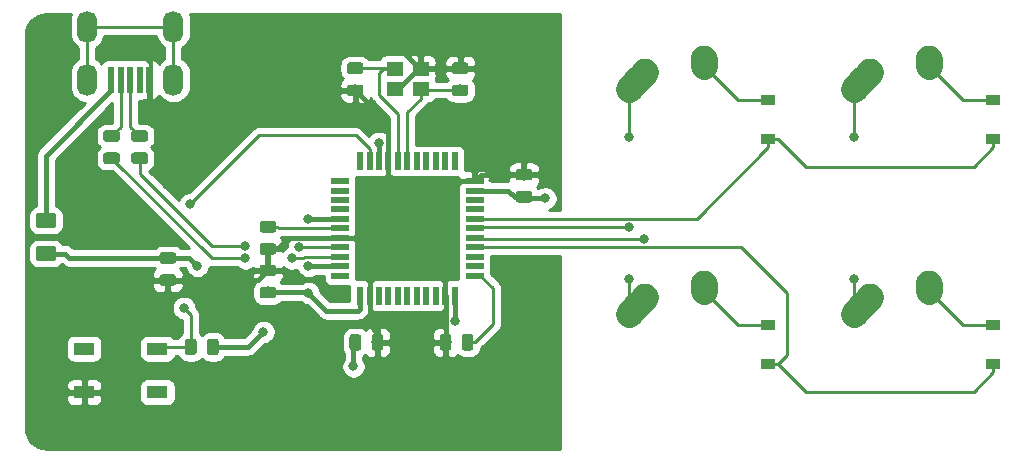
<source format=gbr>
G04 #@! TF.GenerationSoftware,KiCad,Pcbnew,(5.1.4)-1*
G04 #@! TF.CreationDate,2020-08-06T20:10:08-07:00*
G04 #@! TF.ProjectId,ai03-pcb-guide,61693033-2d70-4636-922d-67756964652e,rev?*
G04 #@! TF.SameCoordinates,Original*
G04 #@! TF.FileFunction,Copper,L2,Bot*
G04 #@! TF.FilePolarity,Positive*
%FSLAX46Y46*%
G04 Gerber Fmt 4.6, Leading zero omitted, Abs format (unit mm)*
G04 Created by KiCad (PCBNEW (5.1.4)-1) date 2020-08-06 20:10:08*
%MOMM*%
%LPD*%
G04 APERTURE LIST*
%ADD10R,0.550000X1.500000*%
%ADD11R,1.500000X0.550000*%
%ADD12R,1.400000X1.200000*%
%ADD13O,1.700000X2.700000*%
%ADD14R,0.500000X2.250000*%
%ADD15R,1.800000X1.100000*%
%ADD16C,0.100000*%
%ADD17C,0.975000*%
%ADD18C,2.250000*%
%ADD19C,2.250000*%
%ADD20C,1.250000*%
%ADD21R,1.200000X0.900000*%
%ADD22C,0.800000*%
%ADD23C,0.381000*%
%ADD24C,0.254000*%
G04 APERTURE END LIST*
D10*
X62294000Y-72121000D03*
X63094000Y-72121000D03*
X63894000Y-72121000D03*
X64694000Y-72121000D03*
X65494000Y-72121000D03*
X66294000Y-72121000D03*
X67094000Y-72121000D03*
X67894000Y-72121000D03*
X68694000Y-72121000D03*
X69494000Y-72121000D03*
X70294000Y-72121000D03*
D11*
X71994000Y-70421000D03*
X71994000Y-69621000D03*
X71994000Y-68821000D03*
X71994000Y-68021000D03*
X71994000Y-67221000D03*
X71994000Y-66421000D03*
X71994000Y-65621000D03*
X71994000Y-64821000D03*
X71994000Y-64021000D03*
X71994000Y-63221000D03*
X71994000Y-62421000D03*
D10*
X70294000Y-60721000D03*
X69494000Y-60721000D03*
X68694000Y-60721000D03*
X67894000Y-60721000D03*
X67094000Y-60721000D03*
X66294000Y-60721000D03*
X65494000Y-60721000D03*
X64694000Y-60721000D03*
X63894000Y-60721000D03*
X63094000Y-60721000D03*
X62294000Y-60721000D03*
D11*
X60594000Y-62421000D03*
X60594000Y-63221000D03*
X60594000Y-64021000D03*
X60594000Y-64821000D03*
X60594000Y-65621000D03*
X60594000Y-66421000D03*
X60594000Y-67221000D03*
X60594000Y-68021000D03*
X60594000Y-68821000D03*
X60594000Y-69621000D03*
X60594000Y-70421000D03*
D12*
X67425750Y-52902750D03*
X65225750Y-52902750D03*
X65225750Y-54602750D03*
X67425750Y-54602750D03*
D13*
X39180750Y-49348000D03*
X46480750Y-49348000D03*
X46480750Y-53848000D03*
X39180750Y-53848000D03*
D14*
X41230750Y-53848000D03*
X42030750Y-53848000D03*
X42830750Y-53848000D03*
X43630750Y-53848000D03*
X44430750Y-53848000D03*
D15*
X45137000Y-80304250D03*
X38937000Y-76604250D03*
X45137000Y-76604250D03*
X38937000Y-80304250D03*
D16*
G36*
X71673392Y-75374174D02*
G01*
X71697053Y-75377684D01*
X71720257Y-75383496D01*
X71742779Y-75391554D01*
X71764403Y-75401782D01*
X71784920Y-75414079D01*
X71804133Y-75428329D01*
X71821857Y-75444393D01*
X71837921Y-75462117D01*
X71852171Y-75481330D01*
X71864468Y-75501847D01*
X71874696Y-75523471D01*
X71882754Y-75545993D01*
X71888566Y-75569197D01*
X71892076Y-75592858D01*
X71893250Y-75616750D01*
X71893250Y-76529250D01*
X71892076Y-76553142D01*
X71888566Y-76576803D01*
X71882754Y-76600007D01*
X71874696Y-76622529D01*
X71864468Y-76644153D01*
X71852171Y-76664670D01*
X71837921Y-76683883D01*
X71821857Y-76701607D01*
X71804133Y-76717671D01*
X71784920Y-76731921D01*
X71764403Y-76744218D01*
X71742779Y-76754446D01*
X71720257Y-76762504D01*
X71697053Y-76768316D01*
X71673392Y-76771826D01*
X71649500Y-76773000D01*
X71162000Y-76773000D01*
X71138108Y-76771826D01*
X71114447Y-76768316D01*
X71091243Y-76762504D01*
X71068721Y-76754446D01*
X71047097Y-76744218D01*
X71026580Y-76731921D01*
X71007367Y-76717671D01*
X70989643Y-76701607D01*
X70973579Y-76683883D01*
X70959329Y-76664670D01*
X70947032Y-76644153D01*
X70936804Y-76622529D01*
X70928746Y-76600007D01*
X70922934Y-76576803D01*
X70919424Y-76553142D01*
X70918250Y-76529250D01*
X70918250Y-75616750D01*
X70919424Y-75592858D01*
X70922934Y-75569197D01*
X70928746Y-75545993D01*
X70936804Y-75523471D01*
X70947032Y-75501847D01*
X70959329Y-75481330D01*
X70973579Y-75462117D01*
X70989643Y-75444393D01*
X71007367Y-75428329D01*
X71026580Y-75414079D01*
X71047097Y-75401782D01*
X71068721Y-75391554D01*
X71091243Y-75383496D01*
X71114447Y-75377684D01*
X71138108Y-75374174D01*
X71162000Y-75373000D01*
X71649500Y-75373000D01*
X71673392Y-75374174D01*
X71673392Y-75374174D01*
G37*
D17*
X71405750Y-76073000D03*
D16*
G36*
X69798392Y-75374174D02*
G01*
X69822053Y-75377684D01*
X69845257Y-75383496D01*
X69867779Y-75391554D01*
X69889403Y-75401782D01*
X69909920Y-75414079D01*
X69929133Y-75428329D01*
X69946857Y-75444393D01*
X69962921Y-75462117D01*
X69977171Y-75481330D01*
X69989468Y-75501847D01*
X69999696Y-75523471D01*
X70007754Y-75545993D01*
X70013566Y-75569197D01*
X70017076Y-75592858D01*
X70018250Y-75616750D01*
X70018250Y-76529250D01*
X70017076Y-76553142D01*
X70013566Y-76576803D01*
X70007754Y-76600007D01*
X69999696Y-76622529D01*
X69989468Y-76644153D01*
X69977171Y-76664670D01*
X69962921Y-76683883D01*
X69946857Y-76701607D01*
X69929133Y-76717671D01*
X69909920Y-76731921D01*
X69889403Y-76744218D01*
X69867779Y-76754446D01*
X69845257Y-76762504D01*
X69822053Y-76768316D01*
X69798392Y-76771826D01*
X69774500Y-76773000D01*
X69287000Y-76773000D01*
X69263108Y-76771826D01*
X69239447Y-76768316D01*
X69216243Y-76762504D01*
X69193721Y-76754446D01*
X69172097Y-76744218D01*
X69151580Y-76731921D01*
X69132367Y-76717671D01*
X69114643Y-76701607D01*
X69098579Y-76683883D01*
X69084329Y-76664670D01*
X69072032Y-76644153D01*
X69061804Y-76622529D01*
X69053746Y-76600007D01*
X69047934Y-76576803D01*
X69044424Y-76553142D01*
X69043250Y-76529250D01*
X69043250Y-75616750D01*
X69044424Y-75592858D01*
X69047934Y-75569197D01*
X69053746Y-75545993D01*
X69061804Y-75523471D01*
X69072032Y-75501847D01*
X69084329Y-75481330D01*
X69098579Y-75462117D01*
X69114643Y-75444393D01*
X69132367Y-75428329D01*
X69151580Y-75414079D01*
X69172097Y-75401782D01*
X69193721Y-75391554D01*
X69216243Y-75383496D01*
X69239447Y-75377684D01*
X69263108Y-75374174D01*
X69287000Y-75373000D01*
X69774500Y-75373000D01*
X69798392Y-75374174D01*
X69798392Y-75374174D01*
G37*
D17*
X69530750Y-76073000D03*
D16*
G36*
X48225142Y-75755174D02*
G01*
X48248803Y-75758684D01*
X48272007Y-75764496D01*
X48294529Y-75772554D01*
X48316153Y-75782782D01*
X48336670Y-75795079D01*
X48355883Y-75809329D01*
X48373607Y-75825393D01*
X48389671Y-75843117D01*
X48403921Y-75862330D01*
X48416218Y-75882847D01*
X48426446Y-75904471D01*
X48434504Y-75926993D01*
X48440316Y-75950197D01*
X48443826Y-75973858D01*
X48445000Y-75997750D01*
X48445000Y-76910250D01*
X48443826Y-76934142D01*
X48440316Y-76957803D01*
X48434504Y-76981007D01*
X48426446Y-77003529D01*
X48416218Y-77025153D01*
X48403921Y-77045670D01*
X48389671Y-77064883D01*
X48373607Y-77082607D01*
X48355883Y-77098671D01*
X48336670Y-77112921D01*
X48316153Y-77125218D01*
X48294529Y-77135446D01*
X48272007Y-77143504D01*
X48248803Y-77149316D01*
X48225142Y-77152826D01*
X48201250Y-77154000D01*
X47713750Y-77154000D01*
X47689858Y-77152826D01*
X47666197Y-77149316D01*
X47642993Y-77143504D01*
X47620471Y-77135446D01*
X47598847Y-77125218D01*
X47578330Y-77112921D01*
X47559117Y-77098671D01*
X47541393Y-77082607D01*
X47525329Y-77064883D01*
X47511079Y-77045670D01*
X47498782Y-77025153D01*
X47488554Y-77003529D01*
X47480496Y-76981007D01*
X47474684Y-76957803D01*
X47471174Y-76934142D01*
X47470000Y-76910250D01*
X47470000Y-75997750D01*
X47471174Y-75973858D01*
X47474684Y-75950197D01*
X47480496Y-75926993D01*
X47488554Y-75904471D01*
X47498782Y-75882847D01*
X47511079Y-75862330D01*
X47525329Y-75843117D01*
X47541393Y-75825393D01*
X47559117Y-75809329D01*
X47578330Y-75795079D01*
X47598847Y-75782782D01*
X47620471Y-75772554D01*
X47642993Y-75764496D01*
X47666197Y-75758684D01*
X47689858Y-75755174D01*
X47713750Y-75754000D01*
X48201250Y-75754000D01*
X48225142Y-75755174D01*
X48225142Y-75755174D01*
G37*
D17*
X47957500Y-76454000D03*
D16*
G36*
X50100142Y-75755174D02*
G01*
X50123803Y-75758684D01*
X50147007Y-75764496D01*
X50169529Y-75772554D01*
X50191153Y-75782782D01*
X50211670Y-75795079D01*
X50230883Y-75809329D01*
X50248607Y-75825393D01*
X50264671Y-75843117D01*
X50278921Y-75862330D01*
X50291218Y-75882847D01*
X50301446Y-75904471D01*
X50309504Y-75926993D01*
X50315316Y-75950197D01*
X50318826Y-75973858D01*
X50320000Y-75997750D01*
X50320000Y-76910250D01*
X50318826Y-76934142D01*
X50315316Y-76957803D01*
X50309504Y-76981007D01*
X50301446Y-77003529D01*
X50291218Y-77025153D01*
X50278921Y-77045670D01*
X50264671Y-77064883D01*
X50248607Y-77082607D01*
X50230883Y-77098671D01*
X50211670Y-77112921D01*
X50191153Y-77125218D01*
X50169529Y-77135446D01*
X50147007Y-77143504D01*
X50123803Y-77149316D01*
X50100142Y-77152826D01*
X50076250Y-77154000D01*
X49588750Y-77154000D01*
X49564858Y-77152826D01*
X49541197Y-77149316D01*
X49517993Y-77143504D01*
X49495471Y-77135446D01*
X49473847Y-77125218D01*
X49453330Y-77112921D01*
X49434117Y-77098671D01*
X49416393Y-77082607D01*
X49400329Y-77064883D01*
X49386079Y-77045670D01*
X49373782Y-77025153D01*
X49363554Y-77003529D01*
X49355496Y-76981007D01*
X49349684Y-76957803D01*
X49346174Y-76934142D01*
X49345000Y-76910250D01*
X49345000Y-75997750D01*
X49346174Y-75973858D01*
X49349684Y-75950197D01*
X49355496Y-75926993D01*
X49363554Y-75904471D01*
X49373782Y-75882847D01*
X49386079Y-75862330D01*
X49400329Y-75843117D01*
X49416393Y-75825393D01*
X49434117Y-75809329D01*
X49453330Y-75795079D01*
X49473847Y-75782782D01*
X49495471Y-75772554D01*
X49517993Y-75764496D01*
X49541197Y-75758684D01*
X49564858Y-75755174D01*
X49588750Y-75754000D01*
X50076250Y-75754000D01*
X50100142Y-75755174D01*
X50100142Y-75755174D01*
G37*
D17*
X49832500Y-76454000D03*
D16*
G36*
X44104642Y-58124174D02*
G01*
X44128303Y-58127684D01*
X44151507Y-58133496D01*
X44174029Y-58141554D01*
X44195653Y-58151782D01*
X44216170Y-58164079D01*
X44235383Y-58178329D01*
X44253107Y-58194393D01*
X44269171Y-58212117D01*
X44283421Y-58231330D01*
X44295718Y-58251847D01*
X44305946Y-58273471D01*
X44314004Y-58295993D01*
X44319816Y-58319197D01*
X44323326Y-58342858D01*
X44324500Y-58366750D01*
X44324500Y-58854250D01*
X44323326Y-58878142D01*
X44319816Y-58901803D01*
X44314004Y-58925007D01*
X44305946Y-58947529D01*
X44295718Y-58969153D01*
X44283421Y-58989670D01*
X44269171Y-59008883D01*
X44253107Y-59026607D01*
X44235383Y-59042671D01*
X44216170Y-59056921D01*
X44195653Y-59069218D01*
X44174029Y-59079446D01*
X44151507Y-59087504D01*
X44128303Y-59093316D01*
X44104642Y-59096826D01*
X44080750Y-59098000D01*
X43168250Y-59098000D01*
X43144358Y-59096826D01*
X43120697Y-59093316D01*
X43097493Y-59087504D01*
X43074971Y-59079446D01*
X43053347Y-59069218D01*
X43032830Y-59056921D01*
X43013617Y-59042671D01*
X42995893Y-59026607D01*
X42979829Y-59008883D01*
X42965579Y-58989670D01*
X42953282Y-58969153D01*
X42943054Y-58947529D01*
X42934996Y-58925007D01*
X42929184Y-58901803D01*
X42925674Y-58878142D01*
X42924500Y-58854250D01*
X42924500Y-58366750D01*
X42925674Y-58342858D01*
X42929184Y-58319197D01*
X42934996Y-58295993D01*
X42943054Y-58273471D01*
X42953282Y-58251847D01*
X42965579Y-58231330D01*
X42979829Y-58212117D01*
X42995893Y-58194393D01*
X43013617Y-58178329D01*
X43032830Y-58164079D01*
X43053347Y-58151782D01*
X43074971Y-58141554D01*
X43097493Y-58133496D01*
X43120697Y-58127684D01*
X43144358Y-58124174D01*
X43168250Y-58123000D01*
X44080750Y-58123000D01*
X44104642Y-58124174D01*
X44104642Y-58124174D01*
G37*
D17*
X43624500Y-58610500D03*
D16*
G36*
X44104642Y-59999174D02*
G01*
X44128303Y-60002684D01*
X44151507Y-60008496D01*
X44174029Y-60016554D01*
X44195653Y-60026782D01*
X44216170Y-60039079D01*
X44235383Y-60053329D01*
X44253107Y-60069393D01*
X44269171Y-60087117D01*
X44283421Y-60106330D01*
X44295718Y-60126847D01*
X44305946Y-60148471D01*
X44314004Y-60170993D01*
X44319816Y-60194197D01*
X44323326Y-60217858D01*
X44324500Y-60241750D01*
X44324500Y-60729250D01*
X44323326Y-60753142D01*
X44319816Y-60776803D01*
X44314004Y-60800007D01*
X44305946Y-60822529D01*
X44295718Y-60844153D01*
X44283421Y-60864670D01*
X44269171Y-60883883D01*
X44253107Y-60901607D01*
X44235383Y-60917671D01*
X44216170Y-60931921D01*
X44195653Y-60944218D01*
X44174029Y-60954446D01*
X44151507Y-60962504D01*
X44128303Y-60968316D01*
X44104642Y-60971826D01*
X44080750Y-60973000D01*
X43168250Y-60973000D01*
X43144358Y-60971826D01*
X43120697Y-60968316D01*
X43097493Y-60962504D01*
X43074971Y-60954446D01*
X43053347Y-60944218D01*
X43032830Y-60931921D01*
X43013617Y-60917671D01*
X42995893Y-60901607D01*
X42979829Y-60883883D01*
X42965579Y-60864670D01*
X42953282Y-60844153D01*
X42943054Y-60822529D01*
X42934996Y-60800007D01*
X42929184Y-60776803D01*
X42925674Y-60753142D01*
X42924500Y-60729250D01*
X42924500Y-60241750D01*
X42925674Y-60217858D01*
X42929184Y-60194197D01*
X42934996Y-60170993D01*
X42943054Y-60148471D01*
X42953282Y-60126847D01*
X42965579Y-60106330D01*
X42979829Y-60087117D01*
X42995893Y-60069393D01*
X43013617Y-60053329D01*
X43032830Y-60039079D01*
X43053347Y-60026782D01*
X43074971Y-60016554D01*
X43097493Y-60008496D01*
X43120697Y-60002684D01*
X43144358Y-59999174D01*
X43168250Y-59998000D01*
X44080750Y-59998000D01*
X44104642Y-59999174D01*
X44104642Y-59999174D01*
G37*
D17*
X43624500Y-60485500D03*
D16*
G36*
X41723392Y-58124174D02*
G01*
X41747053Y-58127684D01*
X41770257Y-58133496D01*
X41792779Y-58141554D01*
X41814403Y-58151782D01*
X41834920Y-58164079D01*
X41854133Y-58178329D01*
X41871857Y-58194393D01*
X41887921Y-58212117D01*
X41902171Y-58231330D01*
X41914468Y-58251847D01*
X41924696Y-58273471D01*
X41932754Y-58295993D01*
X41938566Y-58319197D01*
X41942076Y-58342858D01*
X41943250Y-58366750D01*
X41943250Y-58854250D01*
X41942076Y-58878142D01*
X41938566Y-58901803D01*
X41932754Y-58925007D01*
X41924696Y-58947529D01*
X41914468Y-58969153D01*
X41902171Y-58989670D01*
X41887921Y-59008883D01*
X41871857Y-59026607D01*
X41854133Y-59042671D01*
X41834920Y-59056921D01*
X41814403Y-59069218D01*
X41792779Y-59079446D01*
X41770257Y-59087504D01*
X41747053Y-59093316D01*
X41723392Y-59096826D01*
X41699500Y-59098000D01*
X40787000Y-59098000D01*
X40763108Y-59096826D01*
X40739447Y-59093316D01*
X40716243Y-59087504D01*
X40693721Y-59079446D01*
X40672097Y-59069218D01*
X40651580Y-59056921D01*
X40632367Y-59042671D01*
X40614643Y-59026607D01*
X40598579Y-59008883D01*
X40584329Y-58989670D01*
X40572032Y-58969153D01*
X40561804Y-58947529D01*
X40553746Y-58925007D01*
X40547934Y-58901803D01*
X40544424Y-58878142D01*
X40543250Y-58854250D01*
X40543250Y-58366750D01*
X40544424Y-58342858D01*
X40547934Y-58319197D01*
X40553746Y-58295993D01*
X40561804Y-58273471D01*
X40572032Y-58251847D01*
X40584329Y-58231330D01*
X40598579Y-58212117D01*
X40614643Y-58194393D01*
X40632367Y-58178329D01*
X40651580Y-58164079D01*
X40672097Y-58151782D01*
X40693721Y-58141554D01*
X40716243Y-58133496D01*
X40739447Y-58127684D01*
X40763108Y-58124174D01*
X40787000Y-58123000D01*
X41699500Y-58123000D01*
X41723392Y-58124174D01*
X41723392Y-58124174D01*
G37*
D17*
X41243250Y-58610500D03*
D16*
G36*
X41723392Y-59999174D02*
G01*
X41747053Y-60002684D01*
X41770257Y-60008496D01*
X41792779Y-60016554D01*
X41814403Y-60026782D01*
X41834920Y-60039079D01*
X41854133Y-60053329D01*
X41871857Y-60069393D01*
X41887921Y-60087117D01*
X41902171Y-60106330D01*
X41914468Y-60126847D01*
X41924696Y-60148471D01*
X41932754Y-60170993D01*
X41938566Y-60194197D01*
X41942076Y-60217858D01*
X41943250Y-60241750D01*
X41943250Y-60729250D01*
X41942076Y-60753142D01*
X41938566Y-60776803D01*
X41932754Y-60800007D01*
X41924696Y-60822529D01*
X41914468Y-60844153D01*
X41902171Y-60864670D01*
X41887921Y-60883883D01*
X41871857Y-60901607D01*
X41854133Y-60917671D01*
X41834920Y-60931921D01*
X41814403Y-60944218D01*
X41792779Y-60954446D01*
X41770257Y-60962504D01*
X41747053Y-60968316D01*
X41723392Y-60971826D01*
X41699500Y-60973000D01*
X40787000Y-60973000D01*
X40763108Y-60971826D01*
X40739447Y-60968316D01*
X40716243Y-60962504D01*
X40693721Y-60954446D01*
X40672097Y-60944218D01*
X40651580Y-60931921D01*
X40632367Y-60917671D01*
X40614643Y-60901607D01*
X40598579Y-60883883D01*
X40584329Y-60864670D01*
X40572032Y-60844153D01*
X40561804Y-60822529D01*
X40553746Y-60800007D01*
X40547934Y-60776803D01*
X40544424Y-60753142D01*
X40543250Y-60729250D01*
X40543250Y-60241750D01*
X40544424Y-60217858D01*
X40547934Y-60194197D01*
X40553746Y-60170993D01*
X40561804Y-60148471D01*
X40572032Y-60126847D01*
X40584329Y-60106330D01*
X40598579Y-60087117D01*
X40614643Y-60069393D01*
X40632367Y-60053329D01*
X40651580Y-60039079D01*
X40672097Y-60026782D01*
X40693721Y-60016554D01*
X40716243Y-60008496D01*
X40739447Y-60002684D01*
X40763108Y-59999174D01*
X40787000Y-59998000D01*
X41699500Y-59998000D01*
X41723392Y-59999174D01*
X41723392Y-59999174D01*
G37*
D17*
X41243250Y-60485500D03*
D18*
X105450000Y-72200000D03*
X104795001Y-72930000D03*
D19*
X104140000Y-73660000D02*
X105450002Y-72200000D01*
D18*
X110490000Y-71120000D03*
X110470000Y-71410000D03*
D19*
X110450000Y-71700000D02*
X110490000Y-71120000D01*
D18*
X105450000Y-53150000D03*
X104795001Y-53880000D03*
D19*
X104140000Y-54610000D02*
X105450002Y-53150000D01*
D18*
X110490000Y-52070000D03*
X110470000Y-52360000D03*
D19*
X110450000Y-52650000D02*
X110490000Y-52070000D01*
D18*
X86400000Y-72200000D03*
X85745001Y-72930000D03*
D19*
X85090000Y-73660000D02*
X86400002Y-72200000D01*
D18*
X91440000Y-71120000D03*
X91420000Y-71410000D03*
D19*
X91400000Y-71700000D02*
X91440000Y-71120000D01*
D18*
X86400000Y-53150000D03*
X85745001Y-53880000D03*
D19*
X85090000Y-54610000D02*
X86400002Y-53150000D01*
D18*
X91440000Y-52070000D03*
X91420000Y-52360000D03*
D19*
X91400000Y-52650000D02*
X91440000Y-52070000D01*
D16*
G36*
X36336504Y-65130454D02*
G01*
X36360773Y-65134054D01*
X36384571Y-65140015D01*
X36407671Y-65148280D01*
X36429849Y-65158770D01*
X36450893Y-65171383D01*
X36470598Y-65185997D01*
X36488777Y-65202473D01*
X36505253Y-65220652D01*
X36519867Y-65240357D01*
X36532480Y-65261401D01*
X36542970Y-65283579D01*
X36551235Y-65306679D01*
X36557196Y-65330477D01*
X36560796Y-65354746D01*
X36562000Y-65379250D01*
X36562000Y-66129250D01*
X36560796Y-66153754D01*
X36557196Y-66178023D01*
X36551235Y-66201821D01*
X36542970Y-66224921D01*
X36532480Y-66247099D01*
X36519867Y-66268143D01*
X36505253Y-66287848D01*
X36488777Y-66306027D01*
X36470598Y-66322503D01*
X36450893Y-66337117D01*
X36429849Y-66349730D01*
X36407671Y-66360220D01*
X36384571Y-66368485D01*
X36360773Y-66374446D01*
X36336504Y-66378046D01*
X36312000Y-66379250D01*
X35062000Y-66379250D01*
X35037496Y-66378046D01*
X35013227Y-66374446D01*
X34989429Y-66368485D01*
X34966329Y-66360220D01*
X34944151Y-66349730D01*
X34923107Y-66337117D01*
X34903402Y-66322503D01*
X34885223Y-66306027D01*
X34868747Y-66287848D01*
X34854133Y-66268143D01*
X34841520Y-66247099D01*
X34831030Y-66224921D01*
X34822765Y-66201821D01*
X34816804Y-66178023D01*
X34813204Y-66153754D01*
X34812000Y-66129250D01*
X34812000Y-65379250D01*
X34813204Y-65354746D01*
X34816804Y-65330477D01*
X34822765Y-65306679D01*
X34831030Y-65283579D01*
X34841520Y-65261401D01*
X34854133Y-65240357D01*
X34868747Y-65220652D01*
X34885223Y-65202473D01*
X34903402Y-65185997D01*
X34923107Y-65171383D01*
X34944151Y-65158770D01*
X34966329Y-65148280D01*
X34989429Y-65140015D01*
X35013227Y-65134054D01*
X35037496Y-65130454D01*
X35062000Y-65129250D01*
X36312000Y-65129250D01*
X36336504Y-65130454D01*
X36336504Y-65130454D01*
G37*
D20*
X35687000Y-65754250D03*
D16*
G36*
X36336504Y-67930454D02*
G01*
X36360773Y-67934054D01*
X36384571Y-67940015D01*
X36407671Y-67948280D01*
X36429849Y-67958770D01*
X36450893Y-67971383D01*
X36470598Y-67985997D01*
X36488777Y-68002473D01*
X36505253Y-68020652D01*
X36519867Y-68040357D01*
X36532480Y-68061401D01*
X36542970Y-68083579D01*
X36551235Y-68106679D01*
X36557196Y-68130477D01*
X36560796Y-68154746D01*
X36562000Y-68179250D01*
X36562000Y-68929250D01*
X36560796Y-68953754D01*
X36557196Y-68978023D01*
X36551235Y-69001821D01*
X36542970Y-69024921D01*
X36532480Y-69047099D01*
X36519867Y-69068143D01*
X36505253Y-69087848D01*
X36488777Y-69106027D01*
X36470598Y-69122503D01*
X36450893Y-69137117D01*
X36429849Y-69149730D01*
X36407671Y-69160220D01*
X36384571Y-69168485D01*
X36360773Y-69174446D01*
X36336504Y-69178046D01*
X36312000Y-69179250D01*
X35062000Y-69179250D01*
X35037496Y-69178046D01*
X35013227Y-69174446D01*
X34989429Y-69168485D01*
X34966329Y-69160220D01*
X34944151Y-69149730D01*
X34923107Y-69137117D01*
X34903402Y-69122503D01*
X34885223Y-69106027D01*
X34868747Y-69087848D01*
X34854133Y-69068143D01*
X34841520Y-69047099D01*
X34831030Y-69024921D01*
X34822765Y-69001821D01*
X34816804Y-68978023D01*
X34813204Y-68953754D01*
X34812000Y-68929250D01*
X34812000Y-68179250D01*
X34813204Y-68154746D01*
X34816804Y-68130477D01*
X34822765Y-68106679D01*
X34831030Y-68083579D01*
X34841520Y-68061401D01*
X34854133Y-68040357D01*
X34868747Y-68020652D01*
X34885223Y-68002473D01*
X34903402Y-67985997D01*
X34923107Y-67971383D01*
X34944151Y-67958770D01*
X34966329Y-67948280D01*
X34989429Y-67940015D01*
X35013227Y-67934054D01*
X35037496Y-67930454D01*
X35062000Y-67929250D01*
X36312000Y-67929250D01*
X36336504Y-67930454D01*
X36336504Y-67930454D01*
G37*
D20*
X35687000Y-68554250D03*
D21*
X115887500Y-74612500D03*
X115887500Y-77912500D03*
X115887500Y-55562500D03*
X115887500Y-58862500D03*
X96837500Y-74612500D03*
X96837500Y-77912500D03*
X96837500Y-55562500D03*
X96837500Y-58862500D03*
D16*
G36*
X46485892Y-68442924D02*
G01*
X46509553Y-68446434D01*
X46532757Y-68452246D01*
X46555279Y-68460304D01*
X46576903Y-68470532D01*
X46597420Y-68482829D01*
X46616633Y-68497079D01*
X46634357Y-68513143D01*
X46650421Y-68530867D01*
X46664671Y-68550080D01*
X46676968Y-68570597D01*
X46687196Y-68592221D01*
X46695254Y-68614743D01*
X46701066Y-68637947D01*
X46704576Y-68661608D01*
X46705750Y-68685500D01*
X46705750Y-69173000D01*
X46704576Y-69196892D01*
X46701066Y-69220553D01*
X46695254Y-69243757D01*
X46687196Y-69266279D01*
X46676968Y-69287903D01*
X46664671Y-69308420D01*
X46650421Y-69327633D01*
X46634357Y-69345357D01*
X46616633Y-69361421D01*
X46597420Y-69375671D01*
X46576903Y-69387968D01*
X46555279Y-69398196D01*
X46532757Y-69406254D01*
X46509553Y-69412066D01*
X46485892Y-69415576D01*
X46462000Y-69416750D01*
X45549500Y-69416750D01*
X45525608Y-69415576D01*
X45501947Y-69412066D01*
X45478743Y-69406254D01*
X45456221Y-69398196D01*
X45434597Y-69387968D01*
X45414080Y-69375671D01*
X45394867Y-69361421D01*
X45377143Y-69345357D01*
X45361079Y-69327633D01*
X45346829Y-69308420D01*
X45334532Y-69287903D01*
X45324304Y-69266279D01*
X45316246Y-69243757D01*
X45310434Y-69220553D01*
X45306924Y-69196892D01*
X45305750Y-69173000D01*
X45305750Y-68685500D01*
X45306924Y-68661608D01*
X45310434Y-68637947D01*
X45316246Y-68614743D01*
X45324304Y-68592221D01*
X45334532Y-68570597D01*
X45346829Y-68550080D01*
X45361079Y-68530867D01*
X45377143Y-68513143D01*
X45394867Y-68497079D01*
X45414080Y-68482829D01*
X45434597Y-68470532D01*
X45456221Y-68460304D01*
X45478743Y-68452246D01*
X45501947Y-68446434D01*
X45525608Y-68442924D01*
X45549500Y-68441750D01*
X46462000Y-68441750D01*
X46485892Y-68442924D01*
X46485892Y-68442924D01*
G37*
D17*
X46005750Y-68929250D03*
D16*
G36*
X46485892Y-70317924D02*
G01*
X46509553Y-70321434D01*
X46532757Y-70327246D01*
X46555279Y-70335304D01*
X46576903Y-70345532D01*
X46597420Y-70357829D01*
X46616633Y-70372079D01*
X46634357Y-70388143D01*
X46650421Y-70405867D01*
X46664671Y-70425080D01*
X46676968Y-70445597D01*
X46687196Y-70467221D01*
X46695254Y-70489743D01*
X46701066Y-70512947D01*
X46704576Y-70536608D01*
X46705750Y-70560500D01*
X46705750Y-71048000D01*
X46704576Y-71071892D01*
X46701066Y-71095553D01*
X46695254Y-71118757D01*
X46687196Y-71141279D01*
X46676968Y-71162903D01*
X46664671Y-71183420D01*
X46650421Y-71202633D01*
X46634357Y-71220357D01*
X46616633Y-71236421D01*
X46597420Y-71250671D01*
X46576903Y-71262968D01*
X46555279Y-71273196D01*
X46532757Y-71281254D01*
X46509553Y-71287066D01*
X46485892Y-71290576D01*
X46462000Y-71291750D01*
X45549500Y-71291750D01*
X45525608Y-71290576D01*
X45501947Y-71287066D01*
X45478743Y-71281254D01*
X45456221Y-71273196D01*
X45434597Y-71262968D01*
X45414080Y-71250671D01*
X45394867Y-71236421D01*
X45377143Y-71220357D01*
X45361079Y-71202633D01*
X45346829Y-71183420D01*
X45334532Y-71162903D01*
X45324304Y-71141279D01*
X45316246Y-71118757D01*
X45310434Y-71095553D01*
X45306924Y-71071892D01*
X45305750Y-71048000D01*
X45305750Y-70560500D01*
X45306924Y-70536608D01*
X45310434Y-70512947D01*
X45316246Y-70489743D01*
X45324304Y-70467221D01*
X45334532Y-70445597D01*
X45346829Y-70425080D01*
X45361079Y-70405867D01*
X45377143Y-70388143D01*
X45394867Y-70372079D01*
X45414080Y-70357829D01*
X45434597Y-70345532D01*
X45456221Y-70335304D01*
X45478743Y-70327246D01*
X45501947Y-70321434D01*
X45525608Y-70317924D01*
X45549500Y-70316750D01*
X46462000Y-70316750D01*
X46485892Y-70317924D01*
X46485892Y-70317924D01*
G37*
D17*
X46005750Y-70804250D03*
D16*
G36*
X54963142Y-67682674D02*
G01*
X54986803Y-67686184D01*
X55010007Y-67691996D01*
X55032529Y-67700054D01*
X55054153Y-67710282D01*
X55074670Y-67722579D01*
X55093883Y-67736829D01*
X55111607Y-67752893D01*
X55127671Y-67770617D01*
X55141921Y-67789830D01*
X55154218Y-67810347D01*
X55164446Y-67831971D01*
X55172504Y-67854493D01*
X55178316Y-67877697D01*
X55181826Y-67901358D01*
X55183000Y-67925250D01*
X55183000Y-68412750D01*
X55181826Y-68436642D01*
X55178316Y-68460303D01*
X55172504Y-68483507D01*
X55164446Y-68506029D01*
X55154218Y-68527653D01*
X55141921Y-68548170D01*
X55127671Y-68567383D01*
X55111607Y-68585107D01*
X55093883Y-68601171D01*
X55074670Y-68615421D01*
X55054153Y-68627718D01*
X55032529Y-68637946D01*
X55010007Y-68646004D01*
X54986803Y-68651816D01*
X54963142Y-68655326D01*
X54939250Y-68656500D01*
X54026750Y-68656500D01*
X54002858Y-68655326D01*
X53979197Y-68651816D01*
X53955993Y-68646004D01*
X53933471Y-68637946D01*
X53911847Y-68627718D01*
X53891330Y-68615421D01*
X53872117Y-68601171D01*
X53854393Y-68585107D01*
X53838329Y-68567383D01*
X53824079Y-68548170D01*
X53811782Y-68527653D01*
X53801554Y-68506029D01*
X53793496Y-68483507D01*
X53787684Y-68460303D01*
X53784174Y-68436642D01*
X53783000Y-68412750D01*
X53783000Y-67925250D01*
X53784174Y-67901358D01*
X53787684Y-67877697D01*
X53793496Y-67854493D01*
X53801554Y-67831971D01*
X53811782Y-67810347D01*
X53824079Y-67789830D01*
X53838329Y-67770617D01*
X53854393Y-67752893D01*
X53872117Y-67736829D01*
X53891330Y-67722579D01*
X53911847Y-67710282D01*
X53933471Y-67700054D01*
X53955993Y-67691996D01*
X53979197Y-67686184D01*
X54002858Y-67682674D01*
X54026750Y-67681500D01*
X54939250Y-67681500D01*
X54963142Y-67682674D01*
X54963142Y-67682674D01*
G37*
D17*
X54483000Y-68169000D03*
D16*
G36*
X54963142Y-65807674D02*
G01*
X54986803Y-65811184D01*
X55010007Y-65816996D01*
X55032529Y-65825054D01*
X55054153Y-65835282D01*
X55074670Y-65847579D01*
X55093883Y-65861829D01*
X55111607Y-65877893D01*
X55127671Y-65895617D01*
X55141921Y-65914830D01*
X55154218Y-65935347D01*
X55164446Y-65956971D01*
X55172504Y-65979493D01*
X55178316Y-66002697D01*
X55181826Y-66026358D01*
X55183000Y-66050250D01*
X55183000Y-66537750D01*
X55181826Y-66561642D01*
X55178316Y-66585303D01*
X55172504Y-66608507D01*
X55164446Y-66631029D01*
X55154218Y-66652653D01*
X55141921Y-66673170D01*
X55127671Y-66692383D01*
X55111607Y-66710107D01*
X55093883Y-66726171D01*
X55074670Y-66740421D01*
X55054153Y-66752718D01*
X55032529Y-66762946D01*
X55010007Y-66771004D01*
X54986803Y-66776816D01*
X54963142Y-66780326D01*
X54939250Y-66781500D01*
X54026750Y-66781500D01*
X54002858Y-66780326D01*
X53979197Y-66776816D01*
X53955993Y-66771004D01*
X53933471Y-66762946D01*
X53911847Y-66752718D01*
X53891330Y-66740421D01*
X53872117Y-66726171D01*
X53854393Y-66710107D01*
X53838329Y-66692383D01*
X53824079Y-66673170D01*
X53811782Y-66652653D01*
X53801554Y-66631029D01*
X53793496Y-66608507D01*
X53787684Y-66585303D01*
X53784174Y-66561642D01*
X53783000Y-66537750D01*
X53783000Y-66050250D01*
X53784174Y-66026358D01*
X53787684Y-66002697D01*
X53793496Y-65979493D01*
X53801554Y-65956971D01*
X53811782Y-65935347D01*
X53824079Y-65914830D01*
X53838329Y-65895617D01*
X53854393Y-65877893D01*
X53872117Y-65861829D01*
X53891330Y-65847579D01*
X53911847Y-65835282D01*
X53933471Y-65825054D01*
X53955993Y-65816996D01*
X53979197Y-65811184D01*
X54002858Y-65807674D01*
X54026750Y-65806500D01*
X54939250Y-65806500D01*
X54963142Y-65807674D01*
X54963142Y-65807674D01*
G37*
D17*
X54483000Y-66294000D03*
D16*
G36*
X62360892Y-54252424D02*
G01*
X62384553Y-54255934D01*
X62407757Y-54261746D01*
X62430279Y-54269804D01*
X62451903Y-54280032D01*
X62472420Y-54292329D01*
X62491633Y-54306579D01*
X62509357Y-54322643D01*
X62525421Y-54340367D01*
X62539671Y-54359580D01*
X62551968Y-54380097D01*
X62562196Y-54401721D01*
X62570254Y-54424243D01*
X62576066Y-54447447D01*
X62579576Y-54471108D01*
X62580750Y-54495000D01*
X62580750Y-54982500D01*
X62579576Y-55006392D01*
X62576066Y-55030053D01*
X62570254Y-55053257D01*
X62562196Y-55075779D01*
X62551968Y-55097403D01*
X62539671Y-55117920D01*
X62525421Y-55137133D01*
X62509357Y-55154857D01*
X62491633Y-55170921D01*
X62472420Y-55185171D01*
X62451903Y-55197468D01*
X62430279Y-55207696D01*
X62407757Y-55215754D01*
X62384553Y-55221566D01*
X62360892Y-55225076D01*
X62337000Y-55226250D01*
X61424500Y-55226250D01*
X61400608Y-55225076D01*
X61376947Y-55221566D01*
X61353743Y-55215754D01*
X61331221Y-55207696D01*
X61309597Y-55197468D01*
X61289080Y-55185171D01*
X61269867Y-55170921D01*
X61252143Y-55154857D01*
X61236079Y-55137133D01*
X61221829Y-55117920D01*
X61209532Y-55097403D01*
X61199304Y-55075779D01*
X61191246Y-55053257D01*
X61185434Y-55030053D01*
X61181924Y-55006392D01*
X61180750Y-54982500D01*
X61180750Y-54495000D01*
X61181924Y-54471108D01*
X61185434Y-54447447D01*
X61191246Y-54424243D01*
X61199304Y-54401721D01*
X61209532Y-54380097D01*
X61221829Y-54359580D01*
X61236079Y-54340367D01*
X61252143Y-54322643D01*
X61269867Y-54306579D01*
X61289080Y-54292329D01*
X61309597Y-54280032D01*
X61331221Y-54269804D01*
X61353743Y-54261746D01*
X61376947Y-54255934D01*
X61400608Y-54252424D01*
X61424500Y-54251250D01*
X62337000Y-54251250D01*
X62360892Y-54252424D01*
X62360892Y-54252424D01*
G37*
D17*
X61880750Y-54738750D03*
D16*
G36*
X62360892Y-52377424D02*
G01*
X62384553Y-52380934D01*
X62407757Y-52386746D01*
X62430279Y-52394804D01*
X62451903Y-52405032D01*
X62472420Y-52417329D01*
X62491633Y-52431579D01*
X62509357Y-52447643D01*
X62525421Y-52465367D01*
X62539671Y-52484580D01*
X62551968Y-52505097D01*
X62562196Y-52526721D01*
X62570254Y-52549243D01*
X62576066Y-52572447D01*
X62579576Y-52596108D01*
X62580750Y-52620000D01*
X62580750Y-53107500D01*
X62579576Y-53131392D01*
X62576066Y-53155053D01*
X62570254Y-53178257D01*
X62562196Y-53200779D01*
X62551968Y-53222403D01*
X62539671Y-53242920D01*
X62525421Y-53262133D01*
X62509357Y-53279857D01*
X62491633Y-53295921D01*
X62472420Y-53310171D01*
X62451903Y-53322468D01*
X62430279Y-53332696D01*
X62407757Y-53340754D01*
X62384553Y-53346566D01*
X62360892Y-53350076D01*
X62337000Y-53351250D01*
X61424500Y-53351250D01*
X61400608Y-53350076D01*
X61376947Y-53346566D01*
X61353743Y-53340754D01*
X61331221Y-53332696D01*
X61309597Y-53322468D01*
X61289080Y-53310171D01*
X61269867Y-53295921D01*
X61252143Y-53279857D01*
X61236079Y-53262133D01*
X61221829Y-53242920D01*
X61209532Y-53222403D01*
X61199304Y-53200779D01*
X61191246Y-53178257D01*
X61185434Y-53155053D01*
X61181924Y-53131392D01*
X61180750Y-53107500D01*
X61180750Y-52620000D01*
X61181924Y-52596108D01*
X61185434Y-52572447D01*
X61191246Y-52549243D01*
X61199304Y-52526721D01*
X61209532Y-52505097D01*
X61221829Y-52484580D01*
X61236079Y-52465367D01*
X61252143Y-52447643D01*
X61269867Y-52431579D01*
X61289080Y-52417329D01*
X61309597Y-52405032D01*
X61331221Y-52394804D01*
X61353743Y-52386746D01*
X61376947Y-52380934D01*
X61400608Y-52377424D01*
X61424500Y-52376250D01*
X62337000Y-52376250D01*
X62360892Y-52377424D01*
X62360892Y-52377424D01*
G37*
D17*
X61880750Y-52863750D03*
D16*
G36*
X71250892Y-52377424D02*
G01*
X71274553Y-52380934D01*
X71297757Y-52386746D01*
X71320279Y-52394804D01*
X71341903Y-52405032D01*
X71362420Y-52417329D01*
X71381633Y-52431579D01*
X71399357Y-52447643D01*
X71415421Y-52465367D01*
X71429671Y-52484580D01*
X71441968Y-52505097D01*
X71452196Y-52526721D01*
X71460254Y-52549243D01*
X71466066Y-52572447D01*
X71469576Y-52596108D01*
X71470750Y-52620000D01*
X71470750Y-53107500D01*
X71469576Y-53131392D01*
X71466066Y-53155053D01*
X71460254Y-53178257D01*
X71452196Y-53200779D01*
X71441968Y-53222403D01*
X71429671Y-53242920D01*
X71415421Y-53262133D01*
X71399357Y-53279857D01*
X71381633Y-53295921D01*
X71362420Y-53310171D01*
X71341903Y-53322468D01*
X71320279Y-53332696D01*
X71297757Y-53340754D01*
X71274553Y-53346566D01*
X71250892Y-53350076D01*
X71227000Y-53351250D01*
X70314500Y-53351250D01*
X70290608Y-53350076D01*
X70266947Y-53346566D01*
X70243743Y-53340754D01*
X70221221Y-53332696D01*
X70199597Y-53322468D01*
X70179080Y-53310171D01*
X70159867Y-53295921D01*
X70142143Y-53279857D01*
X70126079Y-53262133D01*
X70111829Y-53242920D01*
X70099532Y-53222403D01*
X70089304Y-53200779D01*
X70081246Y-53178257D01*
X70075434Y-53155053D01*
X70071924Y-53131392D01*
X70070750Y-53107500D01*
X70070750Y-52620000D01*
X70071924Y-52596108D01*
X70075434Y-52572447D01*
X70081246Y-52549243D01*
X70089304Y-52526721D01*
X70099532Y-52505097D01*
X70111829Y-52484580D01*
X70126079Y-52465367D01*
X70142143Y-52447643D01*
X70159867Y-52431579D01*
X70179080Y-52417329D01*
X70199597Y-52405032D01*
X70221221Y-52394804D01*
X70243743Y-52386746D01*
X70266947Y-52380934D01*
X70290608Y-52377424D01*
X70314500Y-52376250D01*
X71227000Y-52376250D01*
X71250892Y-52377424D01*
X71250892Y-52377424D01*
G37*
D17*
X70770750Y-52863750D03*
D16*
G36*
X71250892Y-54252424D02*
G01*
X71274553Y-54255934D01*
X71297757Y-54261746D01*
X71320279Y-54269804D01*
X71341903Y-54280032D01*
X71362420Y-54292329D01*
X71381633Y-54306579D01*
X71399357Y-54322643D01*
X71415421Y-54340367D01*
X71429671Y-54359580D01*
X71441968Y-54380097D01*
X71452196Y-54401721D01*
X71460254Y-54424243D01*
X71466066Y-54447447D01*
X71469576Y-54471108D01*
X71470750Y-54495000D01*
X71470750Y-54982500D01*
X71469576Y-55006392D01*
X71466066Y-55030053D01*
X71460254Y-55053257D01*
X71452196Y-55075779D01*
X71441968Y-55097403D01*
X71429671Y-55117920D01*
X71415421Y-55137133D01*
X71399357Y-55154857D01*
X71381633Y-55170921D01*
X71362420Y-55185171D01*
X71341903Y-55197468D01*
X71320279Y-55207696D01*
X71297757Y-55215754D01*
X71274553Y-55221566D01*
X71250892Y-55225076D01*
X71227000Y-55226250D01*
X70314500Y-55226250D01*
X70290608Y-55225076D01*
X70266947Y-55221566D01*
X70243743Y-55215754D01*
X70221221Y-55207696D01*
X70199597Y-55197468D01*
X70179080Y-55185171D01*
X70159867Y-55170921D01*
X70142143Y-55154857D01*
X70126079Y-55137133D01*
X70111829Y-55117920D01*
X70099532Y-55097403D01*
X70089304Y-55075779D01*
X70081246Y-55053257D01*
X70075434Y-55030053D01*
X70071924Y-55006392D01*
X70070750Y-54982500D01*
X70070750Y-54495000D01*
X70071924Y-54471108D01*
X70075434Y-54447447D01*
X70081246Y-54424243D01*
X70089304Y-54401721D01*
X70099532Y-54380097D01*
X70111829Y-54359580D01*
X70126079Y-54340367D01*
X70142143Y-54322643D01*
X70159867Y-54306579D01*
X70179080Y-54292329D01*
X70199597Y-54280032D01*
X70221221Y-54269804D01*
X70243743Y-54261746D01*
X70266947Y-54255934D01*
X70290608Y-54252424D01*
X70314500Y-54251250D01*
X71227000Y-54251250D01*
X71250892Y-54252424D01*
X71250892Y-54252424D01*
G37*
D17*
X70770750Y-54738750D03*
D16*
G36*
X76648392Y-61392674D02*
G01*
X76672053Y-61396184D01*
X76695257Y-61401996D01*
X76717779Y-61410054D01*
X76739403Y-61420282D01*
X76759920Y-61432579D01*
X76779133Y-61446829D01*
X76796857Y-61462893D01*
X76812921Y-61480617D01*
X76827171Y-61499830D01*
X76839468Y-61520347D01*
X76849696Y-61541971D01*
X76857754Y-61564493D01*
X76863566Y-61587697D01*
X76867076Y-61611358D01*
X76868250Y-61635250D01*
X76868250Y-62122750D01*
X76867076Y-62146642D01*
X76863566Y-62170303D01*
X76857754Y-62193507D01*
X76849696Y-62216029D01*
X76839468Y-62237653D01*
X76827171Y-62258170D01*
X76812921Y-62277383D01*
X76796857Y-62295107D01*
X76779133Y-62311171D01*
X76759920Y-62325421D01*
X76739403Y-62337718D01*
X76717779Y-62347946D01*
X76695257Y-62356004D01*
X76672053Y-62361816D01*
X76648392Y-62365326D01*
X76624500Y-62366500D01*
X75712000Y-62366500D01*
X75688108Y-62365326D01*
X75664447Y-62361816D01*
X75641243Y-62356004D01*
X75618721Y-62347946D01*
X75597097Y-62337718D01*
X75576580Y-62325421D01*
X75557367Y-62311171D01*
X75539643Y-62295107D01*
X75523579Y-62277383D01*
X75509329Y-62258170D01*
X75497032Y-62237653D01*
X75486804Y-62216029D01*
X75478746Y-62193507D01*
X75472934Y-62170303D01*
X75469424Y-62146642D01*
X75468250Y-62122750D01*
X75468250Y-61635250D01*
X75469424Y-61611358D01*
X75472934Y-61587697D01*
X75478746Y-61564493D01*
X75486804Y-61541971D01*
X75497032Y-61520347D01*
X75509329Y-61499830D01*
X75523579Y-61480617D01*
X75539643Y-61462893D01*
X75557367Y-61446829D01*
X75576580Y-61432579D01*
X75597097Y-61420282D01*
X75618721Y-61410054D01*
X75641243Y-61401996D01*
X75664447Y-61396184D01*
X75688108Y-61392674D01*
X75712000Y-61391500D01*
X76624500Y-61391500D01*
X76648392Y-61392674D01*
X76648392Y-61392674D01*
G37*
D17*
X76168250Y-61879000D03*
D16*
G36*
X76648392Y-63267674D02*
G01*
X76672053Y-63271184D01*
X76695257Y-63276996D01*
X76717779Y-63285054D01*
X76739403Y-63295282D01*
X76759920Y-63307579D01*
X76779133Y-63321829D01*
X76796857Y-63337893D01*
X76812921Y-63355617D01*
X76827171Y-63374830D01*
X76839468Y-63395347D01*
X76849696Y-63416971D01*
X76857754Y-63439493D01*
X76863566Y-63462697D01*
X76867076Y-63486358D01*
X76868250Y-63510250D01*
X76868250Y-63997750D01*
X76867076Y-64021642D01*
X76863566Y-64045303D01*
X76857754Y-64068507D01*
X76849696Y-64091029D01*
X76839468Y-64112653D01*
X76827171Y-64133170D01*
X76812921Y-64152383D01*
X76796857Y-64170107D01*
X76779133Y-64186171D01*
X76759920Y-64200421D01*
X76739403Y-64212718D01*
X76717779Y-64222946D01*
X76695257Y-64231004D01*
X76672053Y-64236816D01*
X76648392Y-64240326D01*
X76624500Y-64241500D01*
X75712000Y-64241500D01*
X75688108Y-64240326D01*
X75664447Y-64236816D01*
X75641243Y-64231004D01*
X75618721Y-64222946D01*
X75597097Y-64212718D01*
X75576580Y-64200421D01*
X75557367Y-64186171D01*
X75539643Y-64170107D01*
X75523579Y-64152383D01*
X75509329Y-64133170D01*
X75497032Y-64112653D01*
X75486804Y-64091029D01*
X75478746Y-64068507D01*
X75472934Y-64045303D01*
X75469424Y-64021642D01*
X75468250Y-63997750D01*
X75468250Y-63510250D01*
X75469424Y-63486358D01*
X75472934Y-63462697D01*
X75478746Y-63439493D01*
X75486804Y-63416971D01*
X75497032Y-63395347D01*
X75509329Y-63374830D01*
X75523579Y-63355617D01*
X75539643Y-63337893D01*
X75557367Y-63321829D01*
X75576580Y-63307579D01*
X75597097Y-63295282D01*
X75618721Y-63285054D01*
X75641243Y-63276996D01*
X75664447Y-63271184D01*
X75688108Y-63267674D01*
X75712000Y-63266500D01*
X76624500Y-63266500D01*
X76648392Y-63267674D01*
X76648392Y-63267674D01*
G37*
D17*
X76168250Y-63754000D03*
D16*
G36*
X64023392Y-75374174D02*
G01*
X64047053Y-75377684D01*
X64070257Y-75383496D01*
X64092779Y-75391554D01*
X64114403Y-75401782D01*
X64134920Y-75414079D01*
X64154133Y-75428329D01*
X64171857Y-75444393D01*
X64187921Y-75462117D01*
X64202171Y-75481330D01*
X64214468Y-75501847D01*
X64224696Y-75523471D01*
X64232754Y-75545993D01*
X64238566Y-75569197D01*
X64242076Y-75592858D01*
X64243250Y-75616750D01*
X64243250Y-76529250D01*
X64242076Y-76553142D01*
X64238566Y-76576803D01*
X64232754Y-76600007D01*
X64224696Y-76622529D01*
X64214468Y-76644153D01*
X64202171Y-76664670D01*
X64187921Y-76683883D01*
X64171857Y-76701607D01*
X64154133Y-76717671D01*
X64134920Y-76731921D01*
X64114403Y-76744218D01*
X64092779Y-76754446D01*
X64070257Y-76762504D01*
X64047053Y-76768316D01*
X64023392Y-76771826D01*
X63999500Y-76773000D01*
X63512000Y-76773000D01*
X63488108Y-76771826D01*
X63464447Y-76768316D01*
X63441243Y-76762504D01*
X63418721Y-76754446D01*
X63397097Y-76744218D01*
X63376580Y-76731921D01*
X63357367Y-76717671D01*
X63339643Y-76701607D01*
X63323579Y-76683883D01*
X63309329Y-76664670D01*
X63297032Y-76644153D01*
X63286804Y-76622529D01*
X63278746Y-76600007D01*
X63272934Y-76576803D01*
X63269424Y-76553142D01*
X63268250Y-76529250D01*
X63268250Y-75616750D01*
X63269424Y-75592858D01*
X63272934Y-75569197D01*
X63278746Y-75545993D01*
X63286804Y-75523471D01*
X63297032Y-75501847D01*
X63309329Y-75481330D01*
X63323579Y-75462117D01*
X63339643Y-75444393D01*
X63357367Y-75428329D01*
X63376580Y-75414079D01*
X63397097Y-75401782D01*
X63418721Y-75391554D01*
X63441243Y-75383496D01*
X63464447Y-75377684D01*
X63488108Y-75374174D01*
X63512000Y-75373000D01*
X63999500Y-75373000D01*
X64023392Y-75374174D01*
X64023392Y-75374174D01*
G37*
D17*
X63755750Y-76073000D03*
D16*
G36*
X62148392Y-75374174D02*
G01*
X62172053Y-75377684D01*
X62195257Y-75383496D01*
X62217779Y-75391554D01*
X62239403Y-75401782D01*
X62259920Y-75414079D01*
X62279133Y-75428329D01*
X62296857Y-75444393D01*
X62312921Y-75462117D01*
X62327171Y-75481330D01*
X62339468Y-75501847D01*
X62349696Y-75523471D01*
X62357754Y-75545993D01*
X62363566Y-75569197D01*
X62367076Y-75592858D01*
X62368250Y-75616750D01*
X62368250Y-76529250D01*
X62367076Y-76553142D01*
X62363566Y-76576803D01*
X62357754Y-76600007D01*
X62349696Y-76622529D01*
X62339468Y-76644153D01*
X62327171Y-76664670D01*
X62312921Y-76683883D01*
X62296857Y-76701607D01*
X62279133Y-76717671D01*
X62259920Y-76731921D01*
X62239403Y-76744218D01*
X62217779Y-76754446D01*
X62195257Y-76762504D01*
X62172053Y-76768316D01*
X62148392Y-76771826D01*
X62124500Y-76773000D01*
X61637000Y-76773000D01*
X61613108Y-76771826D01*
X61589447Y-76768316D01*
X61566243Y-76762504D01*
X61543721Y-76754446D01*
X61522097Y-76744218D01*
X61501580Y-76731921D01*
X61482367Y-76717671D01*
X61464643Y-76701607D01*
X61448579Y-76683883D01*
X61434329Y-76664670D01*
X61422032Y-76644153D01*
X61411804Y-76622529D01*
X61403746Y-76600007D01*
X61397934Y-76576803D01*
X61394424Y-76553142D01*
X61393250Y-76529250D01*
X61393250Y-75616750D01*
X61394424Y-75592858D01*
X61397934Y-75569197D01*
X61403746Y-75545993D01*
X61411804Y-75523471D01*
X61422032Y-75501847D01*
X61434329Y-75481330D01*
X61448579Y-75462117D01*
X61464643Y-75444393D01*
X61482367Y-75428329D01*
X61501580Y-75414079D01*
X61522097Y-75401782D01*
X61543721Y-75391554D01*
X61566243Y-75383496D01*
X61589447Y-75377684D01*
X61613108Y-75374174D01*
X61637000Y-75373000D01*
X62124500Y-75373000D01*
X62148392Y-75374174D01*
X62148392Y-75374174D01*
G37*
D17*
X61880750Y-76073000D03*
D16*
G36*
X54963142Y-69488924D02*
G01*
X54986803Y-69492434D01*
X55010007Y-69498246D01*
X55032529Y-69506304D01*
X55054153Y-69516532D01*
X55074670Y-69528829D01*
X55093883Y-69543079D01*
X55111607Y-69559143D01*
X55127671Y-69576867D01*
X55141921Y-69596080D01*
X55154218Y-69616597D01*
X55164446Y-69638221D01*
X55172504Y-69660743D01*
X55178316Y-69683947D01*
X55181826Y-69707608D01*
X55183000Y-69731500D01*
X55183000Y-70219000D01*
X55181826Y-70242892D01*
X55178316Y-70266553D01*
X55172504Y-70289757D01*
X55164446Y-70312279D01*
X55154218Y-70333903D01*
X55141921Y-70354420D01*
X55127671Y-70373633D01*
X55111607Y-70391357D01*
X55093883Y-70407421D01*
X55074670Y-70421671D01*
X55054153Y-70433968D01*
X55032529Y-70444196D01*
X55010007Y-70452254D01*
X54986803Y-70458066D01*
X54963142Y-70461576D01*
X54939250Y-70462750D01*
X54026750Y-70462750D01*
X54002858Y-70461576D01*
X53979197Y-70458066D01*
X53955993Y-70452254D01*
X53933471Y-70444196D01*
X53911847Y-70433968D01*
X53891330Y-70421671D01*
X53872117Y-70407421D01*
X53854393Y-70391357D01*
X53838329Y-70373633D01*
X53824079Y-70354420D01*
X53811782Y-70333903D01*
X53801554Y-70312279D01*
X53793496Y-70289757D01*
X53787684Y-70266553D01*
X53784174Y-70242892D01*
X53783000Y-70219000D01*
X53783000Y-69731500D01*
X53784174Y-69707608D01*
X53787684Y-69683947D01*
X53793496Y-69660743D01*
X53801554Y-69638221D01*
X53811782Y-69616597D01*
X53824079Y-69596080D01*
X53838329Y-69576867D01*
X53854393Y-69559143D01*
X53872117Y-69543079D01*
X53891330Y-69528829D01*
X53911847Y-69516532D01*
X53933471Y-69506304D01*
X53955993Y-69498246D01*
X53979197Y-69492434D01*
X54002858Y-69488924D01*
X54026750Y-69487750D01*
X54939250Y-69487750D01*
X54963142Y-69488924D01*
X54963142Y-69488924D01*
G37*
D17*
X54483000Y-69975250D03*
D16*
G36*
X54963142Y-71363924D02*
G01*
X54986803Y-71367434D01*
X55010007Y-71373246D01*
X55032529Y-71381304D01*
X55054153Y-71391532D01*
X55074670Y-71403829D01*
X55093883Y-71418079D01*
X55111607Y-71434143D01*
X55127671Y-71451867D01*
X55141921Y-71471080D01*
X55154218Y-71491597D01*
X55164446Y-71513221D01*
X55172504Y-71535743D01*
X55178316Y-71558947D01*
X55181826Y-71582608D01*
X55183000Y-71606500D01*
X55183000Y-72094000D01*
X55181826Y-72117892D01*
X55178316Y-72141553D01*
X55172504Y-72164757D01*
X55164446Y-72187279D01*
X55154218Y-72208903D01*
X55141921Y-72229420D01*
X55127671Y-72248633D01*
X55111607Y-72266357D01*
X55093883Y-72282421D01*
X55074670Y-72296671D01*
X55054153Y-72308968D01*
X55032529Y-72319196D01*
X55010007Y-72327254D01*
X54986803Y-72333066D01*
X54963142Y-72336576D01*
X54939250Y-72337750D01*
X54026750Y-72337750D01*
X54002858Y-72336576D01*
X53979197Y-72333066D01*
X53955993Y-72327254D01*
X53933471Y-72319196D01*
X53911847Y-72308968D01*
X53891330Y-72296671D01*
X53872117Y-72282421D01*
X53854393Y-72266357D01*
X53838329Y-72248633D01*
X53824079Y-72229420D01*
X53811782Y-72208903D01*
X53801554Y-72187279D01*
X53793496Y-72164757D01*
X53787684Y-72141553D01*
X53784174Y-72117892D01*
X53783000Y-72094000D01*
X53783000Y-71606500D01*
X53784174Y-71582608D01*
X53787684Y-71558947D01*
X53793496Y-71535743D01*
X53801554Y-71513221D01*
X53811782Y-71491597D01*
X53824079Y-71471080D01*
X53838329Y-71451867D01*
X53854393Y-71434143D01*
X53872117Y-71418079D01*
X53891330Y-71403829D01*
X53911847Y-71391532D01*
X53933471Y-71381304D01*
X53955993Y-71373246D01*
X53979197Y-71367434D01*
X54002858Y-71363924D01*
X54026750Y-71362750D01*
X54939250Y-71362750D01*
X54963142Y-71363924D01*
X54963142Y-71363924D01*
G37*
D17*
X54483000Y-71850250D03*
D22*
X45974000Y-62738000D03*
X45974000Y-72263000D03*
X57912000Y-71882000D03*
X57912000Y-69596000D03*
X57912000Y-65659000D03*
X77978000Y-63881000D03*
X61722000Y-78105000D03*
X63881000Y-59182000D03*
X48514000Y-69596000D03*
X70358000Y-74295000D03*
X54102000Y-75184000D03*
X85090000Y-58674000D03*
X85090000Y-70739000D03*
X85090000Y-66348000D03*
X104140000Y-58674000D03*
X104140000Y-70739000D03*
X86360000Y-67294000D03*
X52578000Y-68961000D03*
X56515000Y-68961000D03*
X52578000Y-67960997D03*
X57121500Y-68023550D03*
X47371000Y-73152000D03*
X47879000Y-64389000D03*
D23*
X53654000Y-70804250D02*
X54483000Y-69975250D01*
X46005750Y-70804250D02*
X53654000Y-70804250D01*
X54483000Y-69975250D02*
X54483000Y-68169000D01*
X59463000Y-67221000D02*
X60594000Y-67221000D01*
X56231000Y-67221000D02*
X59463000Y-67221000D01*
X55283000Y-68169000D02*
X56231000Y-67221000D01*
X54483000Y-68169000D02*
X55283000Y-68169000D01*
X64694000Y-61852000D02*
X64694000Y-60721000D01*
X63094000Y-70990000D02*
X64694000Y-69390000D01*
X63094000Y-72121000D02*
X63094000Y-70990000D01*
X64173000Y-67221000D02*
X64694000Y-67742000D01*
X60594000Y-67221000D02*
X64173000Y-67221000D01*
X67262000Y-68758000D02*
X64694000Y-68758000D01*
X69494000Y-70990000D02*
X67262000Y-68758000D01*
X69494000Y-72121000D02*
X69494000Y-70990000D01*
X64694000Y-69390000D02*
X64694000Y-68758000D01*
X64694000Y-68758000D02*
X64694000Y-67742000D01*
X67955000Y-65329000D02*
X64694000Y-65329000D01*
X70863000Y-62421000D02*
X67955000Y-65329000D01*
X71994000Y-62421000D02*
X70863000Y-62421000D01*
X64694000Y-67742000D02*
X64694000Y-65329000D01*
X64694000Y-65329000D02*
X64694000Y-61852000D01*
X72536000Y-61879000D02*
X71994000Y-62421000D01*
X76168250Y-61879000D02*
X72536000Y-61879000D01*
X69530750Y-72157750D02*
X69494000Y-72121000D01*
X69530750Y-76073000D02*
X69530750Y-72157750D01*
X63094000Y-73252000D02*
X63094000Y-72121000D01*
X63094000Y-74611250D02*
X63094000Y-73252000D01*
X63755750Y-75273000D02*
X63094000Y-74611250D01*
X63755750Y-76073000D02*
X63755750Y-75273000D01*
X64343250Y-76073000D02*
X69530750Y-76073000D01*
X63755750Y-76073000D02*
X64343250Y-76073000D01*
X35687000Y-73660000D02*
X38542750Y-70804250D01*
X35687000Y-78335250D02*
X35687000Y-73660000D01*
X38937000Y-80304250D02*
X37656000Y-80304250D01*
X37656000Y-80304250D02*
X35687000Y-78335250D01*
X67464750Y-52863750D02*
X67425750Y-52902750D01*
X70770750Y-52863750D02*
X67464750Y-52863750D01*
X64694000Y-57552000D02*
X64694000Y-60721000D01*
X61880750Y-54738750D02*
X64694000Y-57552000D01*
X65528652Y-54602750D02*
X65225750Y-54602750D01*
X67228652Y-52902750D02*
X65528652Y-54602750D01*
X67425750Y-52902750D02*
X67228652Y-52902750D01*
X67325750Y-52902750D02*
X67425750Y-52902750D01*
X60580750Y-54738750D02*
X59944000Y-54102000D01*
X59944000Y-54102000D02*
X59944000Y-51943000D01*
X59944000Y-51943000D02*
X60452000Y-51435000D01*
X61880750Y-54738750D02*
X60580750Y-54738750D01*
X60452000Y-51435000D02*
X65858000Y-51435000D01*
X65858000Y-51435000D02*
X67325750Y-52902750D01*
X44430750Y-55354000D02*
X44450000Y-55373250D01*
X44430750Y-53848000D02*
X44430750Y-55354000D01*
X44450000Y-55373250D02*
X45974000Y-56897250D01*
X45974000Y-56897250D02*
X45974000Y-62738000D01*
X42356250Y-70804250D02*
X42225750Y-70804250D01*
X44450000Y-72898000D02*
X42356250Y-70804250D01*
X45339000Y-72898000D02*
X44450000Y-72898000D01*
X45974000Y-72263000D02*
X45339000Y-72898000D01*
X38542750Y-70804250D02*
X42225750Y-70804250D01*
X42225750Y-70804250D02*
X46005750Y-70804250D01*
X35687000Y-68554250D02*
X37312250Y-68554250D01*
X37687250Y-68929250D02*
X46005750Y-68929250D01*
X37312250Y-68554250D02*
X37687250Y-68929250D01*
X54483000Y-71850250D02*
X57880250Y-71850250D01*
X57880250Y-71850250D02*
X57912000Y-71882000D01*
X60569000Y-69596000D02*
X60594000Y-69621000D01*
X57912000Y-69596000D02*
X60569000Y-69596000D01*
X76295250Y-63881000D02*
X76168250Y-63754000D01*
X77978000Y-63881000D02*
X76295250Y-63881000D01*
X73125000Y-63221000D02*
X71994000Y-63221000D01*
X74835250Y-63221000D02*
X73125000Y-63221000D01*
X75368250Y-63754000D02*
X74835250Y-63221000D01*
X76168250Y-63754000D02*
X75368250Y-63754000D01*
X61722000Y-76231750D02*
X61880750Y-76073000D01*
X61722000Y-78105000D02*
X61722000Y-76231750D01*
X63881000Y-60708000D02*
X63894000Y-60721000D01*
X63881000Y-59182000D02*
X63881000Y-60708000D01*
X60556000Y-65659000D02*
X60594000Y-65621000D01*
X57912000Y-65659000D02*
X60556000Y-65659000D01*
X62294000Y-73252000D02*
X62294000Y-72121000D01*
X62140000Y-73406000D02*
X62294000Y-73252000D01*
X59436000Y-73406000D02*
X62140000Y-73406000D01*
X57912000Y-71882000D02*
X59436000Y-73406000D01*
X46005750Y-68929250D02*
X47847250Y-68929250D01*
X47847250Y-68929250D02*
X48514000Y-69596000D01*
X70358000Y-72185000D02*
X70294000Y-72121000D01*
X70358000Y-74295000D02*
X70358000Y-72185000D01*
X49832500Y-76454000D02*
X52832000Y-76454000D01*
X52832000Y-76454000D02*
X54102000Y-75184000D01*
D24*
X66294000Y-59717000D02*
X66294000Y-60721000D01*
X66294000Y-56588500D02*
X66294000Y-59717000D01*
X67425750Y-55456750D02*
X66294000Y-56588500D01*
X67425750Y-54602750D02*
X67425750Y-55456750D01*
X67561750Y-54738750D02*
X67425750Y-54602750D01*
X70770750Y-54738750D02*
X67561750Y-54738750D01*
X64271750Y-52902750D02*
X63881000Y-53293500D01*
X65225750Y-52902750D02*
X64271750Y-52902750D01*
X63881000Y-53293500D02*
X63881000Y-55118000D01*
X65494000Y-56731000D02*
X65494000Y-60721000D01*
X63881000Y-55118000D02*
X65494000Y-56731000D01*
X65186750Y-52863750D02*
X65225750Y-52902750D01*
X61880750Y-52863750D02*
X65186750Y-52863750D01*
X59590000Y-66421000D02*
X60594000Y-66421000D01*
X55410000Y-66421000D02*
X59590000Y-66421000D01*
X55283000Y-66294000D02*
X55410000Y-66421000D01*
X54483000Y-66294000D02*
X55283000Y-66294000D01*
X94312500Y-55562500D02*
X96837500Y-55562500D01*
X91400000Y-52650000D02*
X94312500Y-55562500D01*
X115887500Y-59566500D02*
X114240000Y-61214000D01*
X115887500Y-58862500D02*
X115887500Y-59566500D01*
X97691500Y-58862500D02*
X96837500Y-58862500D01*
X100043000Y-61214000D02*
X97691500Y-58862500D01*
X114240000Y-61214000D02*
X100043000Y-61214000D01*
X72998000Y-65621000D02*
X71994000Y-65621000D01*
X90783000Y-65621000D02*
X72998000Y-65621000D01*
X96837500Y-59566500D02*
X90783000Y-65621000D01*
X96837500Y-58862500D02*
X96837500Y-59566500D01*
X113362500Y-55562500D02*
X115887500Y-55562500D01*
X110450000Y-52650000D02*
X113362500Y-55562500D01*
X115887500Y-78616500D02*
X114240000Y-80264000D01*
X115887500Y-77912500D02*
X115887500Y-78616500D01*
X97691500Y-77912500D02*
X96837500Y-77912500D01*
X100043000Y-80264000D02*
X97691500Y-77912500D01*
X114240000Y-80264000D02*
X100043000Y-80264000D01*
X97691500Y-77912500D02*
X98425000Y-77179000D01*
X98425000Y-77179000D02*
X98425000Y-71882000D01*
X94564000Y-68021000D02*
X71994000Y-68021000D01*
X98425000Y-71882000D02*
X94564000Y-68021000D01*
X94312500Y-74612500D02*
X96837500Y-74612500D01*
X91400000Y-71700000D02*
X94312500Y-74612500D01*
X113362500Y-74612500D02*
X115887500Y-74612500D01*
X110450000Y-71700000D02*
X113362500Y-74612500D01*
D23*
X35687000Y-65029250D02*
X35687000Y-65754250D01*
X35687000Y-60266750D02*
X35687000Y-65029250D01*
X41230750Y-54723000D02*
X35687000Y-60266750D01*
X41230750Y-53848000D02*
X41230750Y-54723000D01*
D24*
X85090000Y-54610000D02*
X85090000Y-58674000D01*
X85090000Y-70739000D02*
X85090000Y-73660000D01*
X72067000Y-66348000D02*
X71994000Y-66421000D01*
X85090000Y-66348000D02*
X72067000Y-66348000D01*
X104140000Y-54610000D02*
X104140000Y-58674000D01*
X104140000Y-70739000D02*
X104140000Y-73660000D01*
X72067000Y-67294000D02*
X71994000Y-67221000D01*
X86360000Y-67294000D02*
X72067000Y-67294000D01*
X42030750Y-57823000D02*
X41243250Y-58610500D01*
X42030750Y-53848000D02*
X42030750Y-57823000D01*
X41243250Y-60485500D02*
X49718750Y-68961000D01*
X49718750Y-68961000D02*
X52578000Y-68961000D01*
X59590000Y-68821000D02*
X60594000Y-68821000D01*
X57611038Y-68821000D02*
X59590000Y-68821000D01*
X57471038Y-68961000D02*
X57611038Y-68821000D01*
X56515000Y-68961000D02*
X57471038Y-68961000D01*
X42830750Y-57816750D02*
X43624500Y-58610500D01*
X42830750Y-53848000D02*
X42830750Y-57816750D01*
X43624500Y-60485500D02*
X43624500Y-61785500D01*
X43624500Y-61785500D02*
X49784000Y-67945000D01*
X49784000Y-67945000D02*
X49799997Y-67960997D01*
X49799997Y-67960997D02*
X52578000Y-67960997D01*
X60591450Y-68023550D02*
X60594000Y-68021000D01*
X57121500Y-68023550D02*
X60591450Y-68023550D01*
X47957500Y-76454000D02*
X47957500Y-73738500D01*
X47957500Y-73738500D02*
X47371000Y-73152000D01*
X63094000Y-59717000D02*
X63094000Y-60721000D01*
X61924000Y-58547000D02*
X63094000Y-59717000D01*
X53721000Y-58547000D02*
X61924000Y-58547000D01*
X47879000Y-64389000D02*
X53721000Y-58547000D01*
X45287250Y-76454000D02*
X45137000Y-76604250D01*
X47957500Y-76454000D02*
X45287250Y-76454000D01*
X72469000Y-70421000D02*
X71994000Y-70421000D01*
X73533000Y-71485000D02*
X72469000Y-70421000D01*
X73533000Y-74533250D02*
X73533000Y-71485000D01*
X71993250Y-76073000D02*
X73533000Y-74533250D01*
X71405750Y-76073000D02*
X71993250Y-76073000D01*
X45376750Y-49348000D02*
X39180750Y-49348000D01*
X46480750Y-49348000D02*
X45376750Y-49348000D01*
X39180750Y-49348000D02*
X39180750Y-53848000D01*
X46480750Y-50952000D02*
X46480750Y-53848000D01*
X46480750Y-49348000D02*
X46480750Y-50952000D01*
G36*
X37717237Y-48556889D02*
G01*
X37695750Y-48775050D01*
X37695750Y-49920949D01*
X37717237Y-50139110D01*
X37802151Y-50419033D01*
X37940044Y-50677013D01*
X38125616Y-50903134D01*
X38351736Y-51088706D01*
X38418750Y-51124526D01*
X38418751Y-52071475D01*
X38351737Y-52107294D01*
X38125617Y-52292866D01*
X37940044Y-52518986D01*
X37802151Y-52776966D01*
X37717237Y-53056889D01*
X37695750Y-53275050D01*
X37695750Y-54420949D01*
X37717237Y-54639110D01*
X37802151Y-54919033D01*
X37940044Y-55177013D01*
X38125616Y-55403134D01*
X38351736Y-55588706D01*
X38609716Y-55726599D01*
X38889639Y-55811513D01*
X38967168Y-55819149D01*
X35131966Y-59654352D01*
X35100459Y-59680209D01*
X35031214Y-59764585D01*
X34997301Y-59805908D01*
X34949977Y-59894445D01*
X34920647Y-59949317D01*
X34873444Y-60104925D01*
X34862406Y-60217000D01*
X34857506Y-60266750D01*
X34861500Y-60307301D01*
X34861501Y-64516507D01*
X34722150Y-64558778D01*
X34568614Y-64640845D01*
X34434038Y-64751288D01*
X34323595Y-64885864D01*
X34241528Y-65039400D01*
X34190992Y-65205996D01*
X34173928Y-65379250D01*
X34173928Y-66129250D01*
X34190992Y-66302504D01*
X34241528Y-66469100D01*
X34323595Y-66622636D01*
X34434038Y-66757212D01*
X34568614Y-66867655D01*
X34722150Y-66949722D01*
X34888746Y-67000258D01*
X35062000Y-67017322D01*
X36312000Y-67017322D01*
X36485254Y-67000258D01*
X36651850Y-66949722D01*
X36805386Y-66867655D01*
X36939962Y-66757212D01*
X37050405Y-66622636D01*
X37132472Y-66469100D01*
X37183008Y-66302504D01*
X37200072Y-66129250D01*
X37200072Y-65379250D01*
X37183008Y-65205996D01*
X37132472Y-65039400D01*
X37050405Y-64885864D01*
X36939962Y-64751288D01*
X36805386Y-64640845D01*
X36651850Y-64558778D01*
X36512500Y-64516507D01*
X36512500Y-60608682D01*
X41268751Y-55852432D01*
X41268751Y-57484928D01*
X40787000Y-57484928D01*
X40614965Y-57501872D01*
X40449541Y-57552053D01*
X40297086Y-57633542D01*
X40163458Y-57743208D01*
X40053792Y-57876836D01*
X39972303Y-58029291D01*
X39922122Y-58194715D01*
X39905178Y-58366750D01*
X39905178Y-58854250D01*
X39922122Y-59026285D01*
X39972303Y-59191709D01*
X40053792Y-59344164D01*
X40163458Y-59477792D01*
X40249006Y-59548000D01*
X40163458Y-59618208D01*
X40053792Y-59751836D01*
X39972303Y-59904291D01*
X39922122Y-60069715D01*
X39905178Y-60241750D01*
X39905178Y-60729250D01*
X39922122Y-60901285D01*
X39972303Y-61066709D01*
X40053792Y-61219164D01*
X40163458Y-61352792D01*
X40297086Y-61462458D01*
X40449541Y-61543947D01*
X40614965Y-61594128D01*
X40787000Y-61611072D01*
X41291192Y-61611072D01*
X47783869Y-68103750D01*
X47119840Y-68103750D01*
X47085542Y-68061958D01*
X46951914Y-67952292D01*
X46799459Y-67870803D01*
X46634035Y-67820622D01*
X46462000Y-67803678D01*
X45549500Y-67803678D01*
X45377465Y-67820622D01*
X45212041Y-67870803D01*
X45059586Y-67952292D01*
X44925958Y-68061958D01*
X44891660Y-68103750D01*
X38029182Y-68103750D01*
X37924648Y-67999216D01*
X37898791Y-67967709D01*
X37773092Y-67864551D01*
X37629684Y-67787897D01*
X37474076Y-67740694D01*
X37352803Y-67728750D01*
X37352800Y-67728750D01*
X37312250Y-67724756D01*
X37271700Y-67728750D01*
X37073328Y-67728750D01*
X37050405Y-67685864D01*
X36939962Y-67551288D01*
X36805386Y-67440845D01*
X36651850Y-67358778D01*
X36485254Y-67308242D01*
X36312000Y-67291178D01*
X35062000Y-67291178D01*
X34888746Y-67308242D01*
X34722150Y-67358778D01*
X34568614Y-67440845D01*
X34434038Y-67551288D01*
X34323595Y-67685864D01*
X34241528Y-67839400D01*
X34190992Y-68005996D01*
X34173928Y-68179250D01*
X34173928Y-68929250D01*
X34190992Y-69102504D01*
X34241528Y-69269100D01*
X34323595Y-69422636D01*
X34434038Y-69557212D01*
X34568614Y-69667655D01*
X34722150Y-69749722D01*
X34888746Y-69800258D01*
X35062000Y-69817322D01*
X36312000Y-69817322D01*
X36485254Y-69800258D01*
X36651850Y-69749722D01*
X36805386Y-69667655D01*
X36939962Y-69557212D01*
X37033637Y-69443069D01*
X37074852Y-69484284D01*
X37100709Y-69515791D01*
X37226408Y-69618949D01*
X37369816Y-69695603D01*
X37525424Y-69742806D01*
X37646697Y-69754750D01*
X37646699Y-69754750D01*
X37687249Y-69758744D01*
X37727800Y-69754750D01*
X44891660Y-69754750D01*
X44925958Y-69796542D01*
X44932314Y-69801758D01*
X44854565Y-69865565D01*
X44775213Y-69962256D01*
X44716248Y-70072570D01*
X44679938Y-70192268D01*
X44667678Y-70316750D01*
X44670750Y-70518500D01*
X44829500Y-70677250D01*
X45878750Y-70677250D01*
X45878750Y-70657250D01*
X46132750Y-70657250D01*
X46132750Y-70677250D01*
X47182000Y-70677250D01*
X47340750Y-70518500D01*
X47343822Y-70316750D01*
X47331562Y-70192268D01*
X47295252Y-70072570D01*
X47236287Y-69962256D01*
X47156935Y-69865565D01*
X47079186Y-69801758D01*
X47085542Y-69796542D01*
X47119840Y-69754750D01*
X47490300Y-69754750D01*
X47518774Y-69897898D01*
X47596795Y-70086256D01*
X47710063Y-70255774D01*
X47854226Y-70399937D01*
X48023744Y-70513205D01*
X48212102Y-70591226D01*
X48412061Y-70631000D01*
X48615939Y-70631000D01*
X48815898Y-70591226D01*
X49004256Y-70513205D01*
X49173774Y-70399937D01*
X49317937Y-70255774D01*
X49431205Y-70086256D01*
X49509226Y-69897898D01*
X49547526Y-69705347D01*
X49569372Y-69711974D01*
X49681324Y-69723000D01*
X49681326Y-69723000D01*
X49718749Y-69726686D01*
X49756172Y-69723000D01*
X51876289Y-69723000D01*
X51918226Y-69764937D01*
X52087744Y-69878205D01*
X52276102Y-69956226D01*
X52476061Y-69996000D01*
X52679939Y-69996000D01*
X52879898Y-69956226D01*
X53068256Y-69878205D01*
X53229180Y-69770680D01*
X53306750Y-69848250D01*
X54356000Y-69848250D01*
X54356000Y-68296000D01*
X54336000Y-68296000D01*
X54336000Y-68042000D01*
X54356000Y-68042000D01*
X54356000Y-68022000D01*
X54610000Y-68022000D01*
X54610000Y-68042000D01*
X55659250Y-68042000D01*
X55818000Y-67883250D01*
X55821072Y-67681500D01*
X55808812Y-67557018D01*
X55772502Y-67437320D01*
X55713537Y-67327006D01*
X55634185Y-67230315D01*
X55576531Y-67183000D01*
X56516521Y-67183000D01*
X56461726Y-67219613D01*
X56317563Y-67363776D01*
X56204295Y-67533294D01*
X56126274Y-67721652D01*
X56086500Y-67921611D01*
X56086500Y-68018215D01*
X56024744Y-68043795D01*
X55855226Y-68157063D01*
X55711063Y-68301226D01*
X55692403Y-68329153D01*
X55659250Y-68296000D01*
X54610000Y-68296000D01*
X54610000Y-69848250D01*
X55659250Y-69848250D01*
X55798895Y-69708606D01*
X55855226Y-69764937D01*
X56024744Y-69878205D01*
X56213102Y-69956226D01*
X56413061Y-69996000D01*
X56616939Y-69996000D01*
X56816898Y-69956226D01*
X56922769Y-69912372D01*
X56994795Y-70086256D01*
X57108063Y-70255774D01*
X57252226Y-70399937D01*
X57421744Y-70513205D01*
X57610102Y-70591226D01*
X57810061Y-70631000D01*
X58013939Y-70631000D01*
X58213898Y-70591226D01*
X58402256Y-70513205D01*
X58539503Y-70421500D01*
X59205928Y-70421500D01*
X59205928Y-70696000D01*
X59218188Y-70820482D01*
X59254498Y-70940180D01*
X59313463Y-71050494D01*
X59392815Y-71147185D01*
X59489506Y-71226537D01*
X59599820Y-71285502D01*
X59719518Y-71321812D01*
X59844000Y-71334072D01*
X61344000Y-71334072D01*
X61384962Y-71330038D01*
X61380928Y-71371000D01*
X61380928Y-72580500D01*
X59777933Y-72580500D01*
X58939429Y-71741996D01*
X58907226Y-71580102D01*
X58829205Y-71391744D01*
X58715937Y-71222226D01*
X58571774Y-71078063D01*
X58402256Y-70964795D01*
X58213898Y-70886774D01*
X58013939Y-70847000D01*
X57810061Y-70847000D01*
X57610102Y-70886774D01*
X57421744Y-70964795D01*
X57332015Y-71024750D01*
X55597090Y-71024750D01*
X55562792Y-70982958D01*
X55556436Y-70977742D01*
X55634185Y-70913935D01*
X55713537Y-70817244D01*
X55772502Y-70706930D01*
X55808812Y-70587232D01*
X55821072Y-70462750D01*
X55818000Y-70261000D01*
X55659250Y-70102250D01*
X54610000Y-70102250D01*
X54610000Y-70122250D01*
X54356000Y-70122250D01*
X54356000Y-70102250D01*
X53306750Y-70102250D01*
X53148000Y-70261000D01*
X53144928Y-70462750D01*
X53157188Y-70587232D01*
X53193498Y-70706930D01*
X53252463Y-70817244D01*
X53331815Y-70913935D01*
X53409564Y-70977742D01*
X53403208Y-70982958D01*
X53293542Y-71116586D01*
X53212053Y-71269041D01*
X53161872Y-71434465D01*
X53144928Y-71606500D01*
X53144928Y-72094000D01*
X53161872Y-72266035D01*
X53212053Y-72431459D01*
X53293542Y-72583914D01*
X53403208Y-72717542D01*
X53536836Y-72827208D01*
X53689291Y-72908697D01*
X53854715Y-72958878D01*
X54026750Y-72975822D01*
X54939250Y-72975822D01*
X55111285Y-72958878D01*
X55276709Y-72908697D01*
X55429164Y-72827208D01*
X55562792Y-72717542D01*
X55597090Y-72675750D01*
X57242039Y-72675750D01*
X57252226Y-72685937D01*
X57421744Y-72799205D01*
X57610102Y-72877226D01*
X57771996Y-72909429D01*
X58823606Y-73961039D01*
X58849459Y-73992541D01*
X58896949Y-74031515D01*
X58975156Y-74095698D01*
X58975158Y-74095699D01*
X59118566Y-74172353D01*
X59274174Y-74219556D01*
X59395447Y-74231500D01*
X59395456Y-74231500D01*
X59435999Y-74235493D01*
X59476542Y-74231500D01*
X62099450Y-74231500D01*
X62140000Y-74235494D01*
X62180550Y-74231500D01*
X62180553Y-74231500D01*
X62301826Y-74219556D01*
X62457434Y-74172353D01*
X62600842Y-74095699D01*
X62726541Y-73992541D01*
X62752397Y-73961036D01*
X62849039Y-73864394D01*
X62880541Y-73838541D01*
X62983699Y-73712842D01*
X63060353Y-73569434D01*
X63107556Y-73413826D01*
X63119500Y-73292553D01*
X63119500Y-73292550D01*
X63122071Y-73266446D01*
X63167815Y-73322185D01*
X63264506Y-73401537D01*
X63287667Y-73413917D01*
X63379750Y-73506000D01*
X63493337Y-73496454D01*
X63494518Y-73496812D01*
X63619000Y-73509072D01*
X64169000Y-73509072D01*
X64293482Y-73496812D01*
X64294000Y-73496655D01*
X64294518Y-73496812D01*
X64419000Y-73509072D01*
X64969000Y-73509072D01*
X65093482Y-73496812D01*
X65094000Y-73496655D01*
X65094518Y-73496812D01*
X65219000Y-73509072D01*
X65769000Y-73509072D01*
X65893482Y-73496812D01*
X65894000Y-73496655D01*
X65894518Y-73496812D01*
X66019000Y-73509072D01*
X66569000Y-73509072D01*
X66693482Y-73496812D01*
X66694000Y-73496655D01*
X66694518Y-73496812D01*
X66819000Y-73509072D01*
X67369000Y-73509072D01*
X67493482Y-73496812D01*
X67494000Y-73496655D01*
X67494518Y-73496812D01*
X67619000Y-73509072D01*
X68169000Y-73509072D01*
X68293482Y-73496812D01*
X68294000Y-73496655D01*
X68294518Y-73496812D01*
X68419000Y-73509072D01*
X68969000Y-73509072D01*
X69093482Y-73496812D01*
X69094663Y-73496454D01*
X69208250Y-73506000D01*
X69300333Y-73413917D01*
X69323494Y-73401537D01*
X69420185Y-73322185D01*
X69494000Y-73232241D01*
X69532500Y-73279154D01*
X69532500Y-73667497D01*
X69440795Y-73804744D01*
X69362774Y-73993102D01*
X69323000Y-74193061D01*
X69323000Y-74396939D01*
X69362774Y-74596898D01*
X69421221Y-74738000D01*
X69403748Y-74738000D01*
X69403748Y-74896748D01*
X69245000Y-74738000D01*
X69043250Y-74734928D01*
X68918768Y-74747188D01*
X68799070Y-74783498D01*
X68688756Y-74842463D01*
X68592065Y-74921815D01*
X68512713Y-75018506D01*
X68453748Y-75128820D01*
X68417438Y-75248518D01*
X68405178Y-75373000D01*
X68408250Y-75787250D01*
X68567000Y-75946000D01*
X69403750Y-75946000D01*
X69403750Y-75926000D01*
X69657750Y-75926000D01*
X69657750Y-75946000D01*
X69677750Y-75946000D01*
X69677750Y-76200000D01*
X69657750Y-76200000D01*
X69657750Y-77249250D01*
X69816500Y-77408000D01*
X70018250Y-77411072D01*
X70142732Y-77398812D01*
X70262430Y-77362502D01*
X70372744Y-77303537D01*
X70469435Y-77224185D01*
X70533242Y-77146436D01*
X70538458Y-77152792D01*
X70672086Y-77262458D01*
X70824541Y-77343947D01*
X70989965Y-77394128D01*
X71162000Y-77411072D01*
X71649500Y-77411072D01*
X71821535Y-77394128D01*
X71986959Y-77343947D01*
X72139414Y-77262458D01*
X72273042Y-77152792D01*
X72382708Y-77019164D01*
X72464197Y-76866709D01*
X72514378Y-76701285D01*
X72521901Y-76624903D01*
X72534672Y-76614422D01*
X72558534Y-76585346D01*
X74045353Y-75098528D01*
X74074422Y-75074672D01*
X74169645Y-74958642D01*
X74240402Y-74826265D01*
X74283974Y-74682628D01*
X74295000Y-74570676D01*
X74295000Y-74570674D01*
X74298686Y-74533251D01*
X74295000Y-74495828D01*
X74295000Y-71522422D01*
X74298686Y-71484999D01*
X74289271Y-71389408D01*
X74283974Y-71335622D01*
X74240402Y-71191985D01*
X74169645Y-71059608D01*
X74074422Y-70943578D01*
X74045352Y-70919721D01*
X73382072Y-70256442D01*
X73382072Y-70146000D01*
X73369812Y-70021518D01*
X73369655Y-70021000D01*
X73369812Y-70020482D01*
X73382072Y-69896000D01*
X73382072Y-69346000D01*
X73369812Y-69221518D01*
X73369655Y-69221000D01*
X73369812Y-69220482D01*
X73382072Y-69096000D01*
X73382072Y-68783000D01*
X79248000Y-68783000D01*
X79248000Y-85065000D01*
X35751029Y-85065000D01*
X35385040Y-85029114D01*
X35064038Y-84932198D01*
X34767975Y-84774779D01*
X34508127Y-84562851D01*
X34294394Y-84304492D01*
X34134912Y-84009536D01*
X34035757Y-83689219D01*
X33997500Y-83325229D01*
X33997500Y-80854250D01*
X37398928Y-80854250D01*
X37411188Y-80978732D01*
X37447498Y-81098430D01*
X37506463Y-81208744D01*
X37585815Y-81305435D01*
X37682506Y-81384787D01*
X37792820Y-81443752D01*
X37912518Y-81480062D01*
X38037000Y-81492322D01*
X38651250Y-81489250D01*
X38810000Y-81330500D01*
X38810000Y-80431250D01*
X39064000Y-80431250D01*
X39064000Y-81330500D01*
X39222750Y-81489250D01*
X39837000Y-81492322D01*
X39961482Y-81480062D01*
X40081180Y-81443752D01*
X40191494Y-81384787D01*
X40288185Y-81305435D01*
X40367537Y-81208744D01*
X40426502Y-81098430D01*
X40462812Y-80978732D01*
X40475072Y-80854250D01*
X40472000Y-80590000D01*
X40313250Y-80431250D01*
X39064000Y-80431250D01*
X38810000Y-80431250D01*
X37560750Y-80431250D01*
X37402000Y-80590000D01*
X37398928Y-80854250D01*
X33997500Y-80854250D01*
X33997500Y-79754250D01*
X37398928Y-79754250D01*
X37402000Y-80018500D01*
X37560750Y-80177250D01*
X38810000Y-80177250D01*
X38810000Y-79278000D01*
X39064000Y-79278000D01*
X39064000Y-80177250D01*
X40313250Y-80177250D01*
X40472000Y-80018500D01*
X40475072Y-79754250D01*
X43598928Y-79754250D01*
X43598928Y-80854250D01*
X43611188Y-80978732D01*
X43647498Y-81098430D01*
X43706463Y-81208744D01*
X43785815Y-81305435D01*
X43882506Y-81384787D01*
X43992820Y-81443752D01*
X44112518Y-81480062D01*
X44237000Y-81492322D01*
X46037000Y-81492322D01*
X46161482Y-81480062D01*
X46281180Y-81443752D01*
X46391494Y-81384787D01*
X46488185Y-81305435D01*
X46567537Y-81208744D01*
X46626502Y-81098430D01*
X46662812Y-80978732D01*
X46675072Y-80854250D01*
X46675072Y-79754250D01*
X46662812Y-79629768D01*
X46626502Y-79510070D01*
X46567537Y-79399756D01*
X46488185Y-79303065D01*
X46391494Y-79223713D01*
X46281180Y-79164748D01*
X46161482Y-79128438D01*
X46037000Y-79116178D01*
X44237000Y-79116178D01*
X44112518Y-79128438D01*
X43992820Y-79164748D01*
X43882506Y-79223713D01*
X43785815Y-79303065D01*
X43706463Y-79399756D01*
X43647498Y-79510070D01*
X43611188Y-79629768D01*
X43598928Y-79754250D01*
X40475072Y-79754250D01*
X40462812Y-79629768D01*
X40426502Y-79510070D01*
X40367537Y-79399756D01*
X40288185Y-79303065D01*
X40191494Y-79223713D01*
X40081180Y-79164748D01*
X39961482Y-79128438D01*
X39837000Y-79116178D01*
X39222750Y-79119250D01*
X39064000Y-79278000D01*
X38810000Y-79278000D01*
X38651250Y-79119250D01*
X38037000Y-79116178D01*
X37912518Y-79128438D01*
X37792820Y-79164748D01*
X37682506Y-79223713D01*
X37585815Y-79303065D01*
X37506463Y-79399756D01*
X37447498Y-79510070D01*
X37411188Y-79629768D01*
X37398928Y-79754250D01*
X33997500Y-79754250D01*
X33997500Y-78003061D01*
X60687000Y-78003061D01*
X60687000Y-78206939D01*
X60726774Y-78406898D01*
X60804795Y-78595256D01*
X60918063Y-78764774D01*
X61062226Y-78908937D01*
X61231744Y-79022205D01*
X61420102Y-79100226D01*
X61620061Y-79140000D01*
X61823939Y-79140000D01*
X62023898Y-79100226D01*
X62212256Y-79022205D01*
X62381774Y-78908937D01*
X62525937Y-78764774D01*
X62639205Y-78595256D01*
X62717226Y-78406898D01*
X62757000Y-78206939D01*
X62757000Y-78003061D01*
X62717226Y-77803102D01*
X62639205Y-77614744D01*
X62547500Y-77477497D01*
X62547500Y-77298224D01*
X62614414Y-77262458D01*
X62748042Y-77152792D01*
X62753258Y-77146436D01*
X62817065Y-77224185D01*
X62913756Y-77303537D01*
X63024070Y-77362502D01*
X63143768Y-77398812D01*
X63268250Y-77411072D01*
X63470000Y-77408000D01*
X63628750Y-77249250D01*
X63628750Y-76200000D01*
X63882750Y-76200000D01*
X63882750Y-77249250D01*
X64041500Y-77408000D01*
X64243250Y-77411072D01*
X64367732Y-77398812D01*
X64487430Y-77362502D01*
X64597744Y-77303537D01*
X64694435Y-77224185D01*
X64773787Y-77127494D01*
X64832752Y-77017180D01*
X64869062Y-76897482D01*
X64881322Y-76773000D01*
X68405178Y-76773000D01*
X68417438Y-76897482D01*
X68453748Y-77017180D01*
X68512713Y-77127494D01*
X68592065Y-77224185D01*
X68688756Y-77303537D01*
X68799070Y-77362502D01*
X68918768Y-77398812D01*
X69043250Y-77411072D01*
X69245000Y-77408000D01*
X69403750Y-77249250D01*
X69403750Y-76200000D01*
X68567000Y-76200000D01*
X68408250Y-76358750D01*
X68405178Y-76773000D01*
X64881322Y-76773000D01*
X64878250Y-76358750D01*
X64719500Y-76200000D01*
X63882750Y-76200000D01*
X63628750Y-76200000D01*
X63608750Y-76200000D01*
X63608750Y-75946000D01*
X63628750Y-75946000D01*
X63628750Y-74896750D01*
X63882750Y-74896750D01*
X63882750Y-75946000D01*
X64719500Y-75946000D01*
X64878250Y-75787250D01*
X64881322Y-75373000D01*
X64869062Y-75248518D01*
X64832752Y-75128820D01*
X64773787Y-75018506D01*
X64694435Y-74921815D01*
X64597744Y-74842463D01*
X64487430Y-74783498D01*
X64367732Y-74747188D01*
X64243250Y-74734928D01*
X64041500Y-74738000D01*
X63882750Y-74896750D01*
X63628750Y-74896750D01*
X63470000Y-74738000D01*
X63268250Y-74734928D01*
X63143768Y-74747188D01*
X63024070Y-74783498D01*
X62913756Y-74842463D01*
X62817065Y-74921815D01*
X62753258Y-74999564D01*
X62748042Y-74993208D01*
X62614414Y-74883542D01*
X62461959Y-74802053D01*
X62296535Y-74751872D01*
X62124500Y-74734928D01*
X61637000Y-74734928D01*
X61464965Y-74751872D01*
X61299541Y-74802053D01*
X61147086Y-74883542D01*
X61013458Y-74993208D01*
X60903792Y-75126836D01*
X60822303Y-75279291D01*
X60772122Y-75444715D01*
X60755178Y-75616750D01*
X60755178Y-76529250D01*
X60772122Y-76701285D01*
X60822303Y-76866709D01*
X60896501Y-77005523D01*
X60896500Y-77477497D01*
X60804795Y-77614744D01*
X60726774Y-77803102D01*
X60687000Y-78003061D01*
X33997500Y-78003061D01*
X33997500Y-76054250D01*
X37398928Y-76054250D01*
X37398928Y-77154250D01*
X37411188Y-77278732D01*
X37447498Y-77398430D01*
X37506463Y-77508744D01*
X37585815Y-77605435D01*
X37682506Y-77684787D01*
X37792820Y-77743752D01*
X37912518Y-77780062D01*
X38037000Y-77792322D01*
X39837000Y-77792322D01*
X39961482Y-77780062D01*
X40081180Y-77743752D01*
X40191494Y-77684787D01*
X40288185Y-77605435D01*
X40367537Y-77508744D01*
X40426502Y-77398430D01*
X40462812Y-77278732D01*
X40475072Y-77154250D01*
X40475072Y-76054250D01*
X43598928Y-76054250D01*
X43598928Y-77154250D01*
X43611188Y-77278732D01*
X43647498Y-77398430D01*
X43706463Y-77508744D01*
X43785815Y-77605435D01*
X43882506Y-77684787D01*
X43992820Y-77743752D01*
X44112518Y-77780062D01*
X44237000Y-77792322D01*
X46037000Y-77792322D01*
X46161482Y-77780062D01*
X46281180Y-77743752D01*
X46391494Y-77684787D01*
X46488185Y-77605435D01*
X46567537Y-77508744D01*
X46626502Y-77398430D01*
X46662812Y-77278732D01*
X46668990Y-77216000D01*
X46889434Y-77216000D01*
X46899053Y-77247709D01*
X46980542Y-77400164D01*
X47090208Y-77533792D01*
X47223836Y-77643458D01*
X47376291Y-77724947D01*
X47541715Y-77775128D01*
X47713750Y-77792072D01*
X48201250Y-77792072D01*
X48373285Y-77775128D01*
X48538709Y-77724947D01*
X48691164Y-77643458D01*
X48824792Y-77533792D01*
X48895000Y-77448244D01*
X48965208Y-77533792D01*
X49098836Y-77643458D01*
X49251291Y-77724947D01*
X49416715Y-77775128D01*
X49588750Y-77792072D01*
X50076250Y-77792072D01*
X50248285Y-77775128D01*
X50413709Y-77724947D01*
X50566164Y-77643458D01*
X50699792Y-77533792D01*
X50809458Y-77400164D01*
X50873954Y-77279500D01*
X52791450Y-77279500D01*
X52832000Y-77283494D01*
X52872550Y-77279500D01*
X52872553Y-77279500D01*
X52993826Y-77267556D01*
X53149434Y-77220353D01*
X53292842Y-77143699D01*
X53418541Y-77040541D01*
X53444398Y-77009034D01*
X54242004Y-76211428D01*
X54403898Y-76179226D01*
X54592256Y-76101205D01*
X54761774Y-75987937D01*
X54905937Y-75843774D01*
X55019205Y-75674256D01*
X55097226Y-75485898D01*
X55137000Y-75285939D01*
X55137000Y-75082061D01*
X55097226Y-74882102D01*
X55019205Y-74693744D01*
X54905937Y-74524226D01*
X54761774Y-74380063D01*
X54592256Y-74266795D01*
X54403898Y-74188774D01*
X54203939Y-74149000D01*
X54000061Y-74149000D01*
X53800102Y-74188774D01*
X53611744Y-74266795D01*
X53442226Y-74380063D01*
X53298063Y-74524226D01*
X53184795Y-74693744D01*
X53106774Y-74882102D01*
X53074572Y-75043996D01*
X52490068Y-75628500D01*
X50873954Y-75628500D01*
X50809458Y-75507836D01*
X50699792Y-75374208D01*
X50566164Y-75264542D01*
X50413709Y-75183053D01*
X50248285Y-75132872D01*
X50076250Y-75115928D01*
X49588750Y-75115928D01*
X49416715Y-75132872D01*
X49251291Y-75183053D01*
X49098836Y-75264542D01*
X48965208Y-75374208D01*
X48895000Y-75459756D01*
X48824792Y-75374208D01*
X48719500Y-75287797D01*
X48719500Y-73775922D01*
X48723186Y-73738499D01*
X48713707Y-73642256D01*
X48708474Y-73589122D01*
X48664902Y-73445485D01*
X48594145Y-73313108D01*
X48498922Y-73197078D01*
X48469851Y-73173220D01*
X48406000Y-73109369D01*
X48406000Y-73050061D01*
X48366226Y-72850102D01*
X48288205Y-72661744D01*
X48174937Y-72492226D01*
X48030774Y-72348063D01*
X47861256Y-72234795D01*
X47672898Y-72156774D01*
X47472939Y-72117000D01*
X47269061Y-72117000D01*
X47069102Y-72156774D01*
X46880744Y-72234795D01*
X46711226Y-72348063D01*
X46567063Y-72492226D01*
X46453795Y-72661744D01*
X46375774Y-72850102D01*
X46336000Y-73050061D01*
X46336000Y-73253939D01*
X46375774Y-73453898D01*
X46453795Y-73642256D01*
X46567063Y-73811774D01*
X46711226Y-73955937D01*
X46880744Y-74069205D01*
X47069102Y-74147226D01*
X47195501Y-74172368D01*
X47195500Y-75287796D01*
X47090208Y-75374208D01*
X46980542Y-75507836D01*
X46899053Y-75660291D01*
X46889434Y-75692000D01*
X46561172Y-75692000D01*
X46488185Y-75603065D01*
X46391494Y-75523713D01*
X46281180Y-75464748D01*
X46161482Y-75428438D01*
X46037000Y-75416178D01*
X44237000Y-75416178D01*
X44112518Y-75428438D01*
X43992820Y-75464748D01*
X43882506Y-75523713D01*
X43785815Y-75603065D01*
X43706463Y-75699756D01*
X43647498Y-75810070D01*
X43611188Y-75929768D01*
X43598928Y-76054250D01*
X40475072Y-76054250D01*
X40462812Y-75929768D01*
X40426502Y-75810070D01*
X40367537Y-75699756D01*
X40288185Y-75603065D01*
X40191494Y-75523713D01*
X40081180Y-75464748D01*
X39961482Y-75428438D01*
X39837000Y-75416178D01*
X38037000Y-75416178D01*
X37912518Y-75428438D01*
X37792820Y-75464748D01*
X37682506Y-75523713D01*
X37585815Y-75603065D01*
X37506463Y-75699756D01*
X37447498Y-75810070D01*
X37411188Y-75929768D01*
X37398928Y-76054250D01*
X33997500Y-76054250D01*
X33997500Y-71291750D01*
X44667678Y-71291750D01*
X44679938Y-71416232D01*
X44716248Y-71535930D01*
X44775213Y-71646244D01*
X44854565Y-71742935D01*
X44951256Y-71822287D01*
X45061570Y-71881252D01*
X45181268Y-71917562D01*
X45305750Y-71929822D01*
X45720000Y-71926750D01*
X45878750Y-71768000D01*
X45878750Y-70931250D01*
X46132750Y-70931250D01*
X46132750Y-71768000D01*
X46291500Y-71926750D01*
X46705750Y-71929822D01*
X46830232Y-71917562D01*
X46949930Y-71881252D01*
X47060244Y-71822287D01*
X47156935Y-71742935D01*
X47236287Y-71646244D01*
X47295252Y-71535930D01*
X47331562Y-71416232D01*
X47343822Y-71291750D01*
X47340750Y-71090000D01*
X47182000Y-70931250D01*
X46132750Y-70931250D01*
X45878750Y-70931250D01*
X44829500Y-70931250D01*
X44670750Y-71090000D01*
X44667678Y-71291750D01*
X33997500Y-71291750D01*
X33997500Y-50038529D01*
X34033386Y-49672540D01*
X34130301Y-49351540D01*
X34287721Y-49055475D01*
X34499649Y-48795627D01*
X34758010Y-48581892D01*
X35052964Y-48422412D01*
X35373282Y-48323256D01*
X35737262Y-48285000D01*
X37799714Y-48285000D01*
X37717237Y-48556889D01*
X37717237Y-48556889D01*
G37*
X37717237Y-48556889D02*
X37695750Y-48775050D01*
X37695750Y-49920949D01*
X37717237Y-50139110D01*
X37802151Y-50419033D01*
X37940044Y-50677013D01*
X38125616Y-50903134D01*
X38351736Y-51088706D01*
X38418750Y-51124526D01*
X38418751Y-52071475D01*
X38351737Y-52107294D01*
X38125617Y-52292866D01*
X37940044Y-52518986D01*
X37802151Y-52776966D01*
X37717237Y-53056889D01*
X37695750Y-53275050D01*
X37695750Y-54420949D01*
X37717237Y-54639110D01*
X37802151Y-54919033D01*
X37940044Y-55177013D01*
X38125616Y-55403134D01*
X38351736Y-55588706D01*
X38609716Y-55726599D01*
X38889639Y-55811513D01*
X38967168Y-55819149D01*
X35131966Y-59654352D01*
X35100459Y-59680209D01*
X35031214Y-59764585D01*
X34997301Y-59805908D01*
X34949977Y-59894445D01*
X34920647Y-59949317D01*
X34873444Y-60104925D01*
X34862406Y-60217000D01*
X34857506Y-60266750D01*
X34861500Y-60307301D01*
X34861501Y-64516507D01*
X34722150Y-64558778D01*
X34568614Y-64640845D01*
X34434038Y-64751288D01*
X34323595Y-64885864D01*
X34241528Y-65039400D01*
X34190992Y-65205996D01*
X34173928Y-65379250D01*
X34173928Y-66129250D01*
X34190992Y-66302504D01*
X34241528Y-66469100D01*
X34323595Y-66622636D01*
X34434038Y-66757212D01*
X34568614Y-66867655D01*
X34722150Y-66949722D01*
X34888746Y-67000258D01*
X35062000Y-67017322D01*
X36312000Y-67017322D01*
X36485254Y-67000258D01*
X36651850Y-66949722D01*
X36805386Y-66867655D01*
X36939962Y-66757212D01*
X37050405Y-66622636D01*
X37132472Y-66469100D01*
X37183008Y-66302504D01*
X37200072Y-66129250D01*
X37200072Y-65379250D01*
X37183008Y-65205996D01*
X37132472Y-65039400D01*
X37050405Y-64885864D01*
X36939962Y-64751288D01*
X36805386Y-64640845D01*
X36651850Y-64558778D01*
X36512500Y-64516507D01*
X36512500Y-60608682D01*
X41268751Y-55852432D01*
X41268751Y-57484928D01*
X40787000Y-57484928D01*
X40614965Y-57501872D01*
X40449541Y-57552053D01*
X40297086Y-57633542D01*
X40163458Y-57743208D01*
X40053792Y-57876836D01*
X39972303Y-58029291D01*
X39922122Y-58194715D01*
X39905178Y-58366750D01*
X39905178Y-58854250D01*
X39922122Y-59026285D01*
X39972303Y-59191709D01*
X40053792Y-59344164D01*
X40163458Y-59477792D01*
X40249006Y-59548000D01*
X40163458Y-59618208D01*
X40053792Y-59751836D01*
X39972303Y-59904291D01*
X39922122Y-60069715D01*
X39905178Y-60241750D01*
X39905178Y-60729250D01*
X39922122Y-60901285D01*
X39972303Y-61066709D01*
X40053792Y-61219164D01*
X40163458Y-61352792D01*
X40297086Y-61462458D01*
X40449541Y-61543947D01*
X40614965Y-61594128D01*
X40787000Y-61611072D01*
X41291192Y-61611072D01*
X47783869Y-68103750D01*
X47119840Y-68103750D01*
X47085542Y-68061958D01*
X46951914Y-67952292D01*
X46799459Y-67870803D01*
X46634035Y-67820622D01*
X46462000Y-67803678D01*
X45549500Y-67803678D01*
X45377465Y-67820622D01*
X45212041Y-67870803D01*
X45059586Y-67952292D01*
X44925958Y-68061958D01*
X44891660Y-68103750D01*
X38029182Y-68103750D01*
X37924648Y-67999216D01*
X37898791Y-67967709D01*
X37773092Y-67864551D01*
X37629684Y-67787897D01*
X37474076Y-67740694D01*
X37352803Y-67728750D01*
X37352800Y-67728750D01*
X37312250Y-67724756D01*
X37271700Y-67728750D01*
X37073328Y-67728750D01*
X37050405Y-67685864D01*
X36939962Y-67551288D01*
X36805386Y-67440845D01*
X36651850Y-67358778D01*
X36485254Y-67308242D01*
X36312000Y-67291178D01*
X35062000Y-67291178D01*
X34888746Y-67308242D01*
X34722150Y-67358778D01*
X34568614Y-67440845D01*
X34434038Y-67551288D01*
X34323595Y-67685864D01*
X34241528Y-67839400D01*
X34190992Y-68005996D01*
X34173928Y-68179250D01*
X34173928Y-68929250D01*
X34190992Y-69102504D01*
X34241528Y-69269100D01*
X34323595Y-69422636D01*
X34434038Y-69557212D01*
X34568614Y-69667655D01*
X34722150Y-69749722D01*
X34888746Y-69800258D01*
X35062000Y-69817322D01*
X36312000Y-69817322D01*
X36485254Y-69800258D01*
X36651850Y-69749722D01*
X36805386Y-69667655D01*
X36939962Y-69557212D01*
X37033637Y-69443069D01*
X37074852Y-69484284D01*
X37100709Y-69515791D01*
X37226408Y-69618949D01*
X37369816Y-69695603D01*
X37525424Y-69742806D01*
X37646697Y-69754750D01*
X37646699Y-69754750D01*
X37687249Y-69758744D01*
X37727800Y-69754750D01*
X44891660Y-69754750D01*
X44925958Y-69796542D01*
X44932314Y-69801758D01*
X44854565Y-69865565D01*
X44775213Y-69962256D01*
X44716248Y-70072570D01*
X44679938Y-70192268D01*
X44667678Y-70316750D01*
X44670750Y-70518500D01*
X44829500Y-70677250D01*
X45878750Y-70677250D01*
X45878750Y-70657250D01*
X46132750Y-70657250D01*
X46132750Y-70677250D01*
X47182000Y-70677250D01*
X47340750Y-70518500D01*
X47343822Y-70316750D01*
X47331562Y-70192268D01*
X47295252Y-70072570D01*
X47236287Y-69962256D01*
X47156935Y-69865565D01*
X47079186Y-69801758D01*
X47085542Y-69796542D01*
X47119840Y-69754750D01*
X47490300Y-69754750D01*
X47518774Y-69897898D01*
X47596795Y-70086256D01*
X47710063Y-70255774D01*
X47854226Y-70399937D01*
X48023744Y-70513205D01*
X48212102Y-70591226D01*
X48412061Y-70631000D01*
X48615939Y-70631000D01*
X48815898Y-70591226D01*
X49004256Y-70513205D01*
X49173774Y-70399937D01*
X49317937Y-70255774D01*
X49431205Y-70086256D01*
X49509226Y-69897898D01*
X49547526Y-69705347D01*
X49569372Y-69711974D01*
X49681324Y-69723000D01*
X49681326Y-69723000D01*
X49718749Y-69726686D01*
X49756172Y-69723000D01*
X51876289Y-69723000D01*
X51918226Y-69764937D01*
X52087744Y-69878205D01*
X52276102Y-69956226D01*
X52476061Y-69996000D01*
X52679939Y-69996000D01*
X52879898Y-69956226D01*
X53068256Y-69878205D01*
X53229180Y-69770680D01*
X53306750Y-69848250D01*
X54356000Y-69848250D01*
X54356000Y-68296000D01*
X54336000Y-68296000D01*
X54336000Y-68042000D01*
X54356000Y-68042000D01*
X54356000Y-68022000D01*
X54610000Y-68022000D01*
X54610000Y-68042000D01*
X55659250Y-68042000D01*
X55818000Y-67883250D01*
X55821072Y-67681500D01*
X55808812Y-67557018D01*
X55772502Y-67437320D01*
X55713537Y-67327006D01*
X55634185Y-67230315D01*
X55576531Y-67183000D01*
X56516521Y-67183000D01*
X56461726Y-67219613D01*
X56317563Y-67363776D01*
X56204295Y-67533294D01*
X56126274Y-67721652D01*
X56086500Y-67921611D01*
X56086500Y-68018215D01*
X56024744Y-68043795D01*
X55855226Y-68157063D01*
X55711063Y-68301226D01*
X55692403Y-68329153D01*
X55659250Y-68296000D01*
X54610000Y-68296000D01*
X54610000Y-69848250D01*
X55659250Y-69848250D01*
X55798895Y-69708606D01*
X55855226Y-69764937D01*
X56024744Y-69878205D01*
X56213102Y-69956226D01*
X56413061Y-69996000D01*
X56616939Y-69996000D01*
X56816898Y-69956226D01*
X56922769Y-69912372D01*
X56994795Y-70086256D01*
X57108063Y-70255774D01*
X57252226Y-70399937D01*
X57421744Y-70513205D01*
X57610102Y-70591226D01*
X57810061Y-70631000D01*
X58013939Y-70631000D01*
X58213898Y-70591226D01*
X58402256Y-70513205D01*
X58539503Y-70421500D01*
X59205928Y-70421500D01*
X59205928Y-70696000D01*
X59218188Y-70820482D01*
X59254498Y-70940180D01*
X59313463Y-71050494D01*
X59392815Y-71147185D01*
X59489506Y-71226537D01*
X59599820Y-71285502D01*
X59719518Y-71321812D01*
X59844000Y-71334072D01*
X61344000Y-71334072D01*
X61384962Y-71330038D01*
X61380928Y-71371000D01*
X61380928Y-72580500D01*
X59777933Y-72580500D01*
X58939429Y-71741996D01*
X58907226Y-71580102D01*
X58829205Y-71391744D01*
X58715937Y-71222226D01*
X58571774Y-71078063D01*
X58402256Y-70964795D01*
X58213898Y-70886774D01*
X58013939Y-70847000D01*
X57810061Y-70847000D01*
X57610102Y-70886774D01*
X57421744Y-70964795D01*
X57332015Y-71024750D01*
X55597090Y-71024750D01*
X55562792Y-70982958D01*
X55556436Y-70977742D01*
X55634185Y-70913935D01*
X55713537Y-70817244D01*
X55772502Y-70706930D01*
X55808812Y-70587232D01*
X55821072Y-70462750D01*
X55818000Y-70261000D01*
X55659250Y-70102250D01*
X54610000Y-70102250D01*
X54610000Y-70122250D01*
X54356000Y-70122250D01*
X54356000Y-70102250D01*
X53306750Y-70102250D01*
X53148000Y-70261000D01*
X53144928Y-70462750D01*
X53157188Y-70587232D01*
X53193498Y-70706930D01*
X53252463Y-70817244D01*
X53331815Y-70913935D01*
X53409564Y-70977742D01*
X53403208Y-70982958D01*
X53293542Y-71116586D01*
X53212053Y-71269041D01*
X53161872Y-71434465D01*
X53144928Y-71606500D01*
X53144928Y-72094000D01*
X53161872Y-72266035D01*
X53212053Y-72431459D01*
X53293542Y-72583914D01*
X53403208Y-72717542D01*
X53536836Y-72827208D01*
X53689291Y-72908697D01*
X53854715Y-72958878D01*
X54026750Y-72975822D01*
X54939250Y-72975822D01*
X55111285Y-72958878D01*
X55276709Y-72908697D01*
X55429164Y-72827208D01*
X55562792Y-72717542D01*
X55597090Y-72675750D01*
X57242039Y-72675750D01*
X57252226Y-72685937D01*
X57421744Y-72799205D01*
X57610102Y-72877226D01*
X57771996Y-72909429D01*
X58823606Y-73961039D01*
X58849459Y-73992541D01*
X58896949Y-74031515D01*
X58975156Y-74095698D01*
X58975158Y-74095699D01*
X59118566Y-74172353D01*
X59274174Y-74219556D01*
X59395447Y-74231500D01*
X59395456Y-74231500D01*
X59435999Y-74235493D01*
X59476542Y-74231500D01*
X62099450Y-74231500D01*
X62140000Y-74235494D01*
X62180550Y-74231500D01*
X62180553Y-74231500D01*
X62301826Y-74219556D01*
X62457434Y-74172353D01*
X62600842Y-74095699D01*
X62726541Y-73992541D01*
X62752397Y-73961036D01*
X62849039Y-73864394D01*
X62880541Y-73838541D01*
X62983699Y-73712842D01*
X63060353Y-73569434D01*
X63107556Y-73413826D01*
X63119500Y-73292553D01*
X63119500Y-73292550D01*
X63122071Y-73266446D01*
X63167815Y-73322185D01*
X63264506Y-73401537D01*
X63287667Y-73413917D01*
X63379750Y-73506000D01*
X63493337Y-73496454D01*
X63494518Y-73496812D01*
X63619000Y-73509072D01*
X64169000Y-73509072D01*
X64293482Y-73496812D01*
X64294000Y-73496655D01*
X64294518Y-73496812D01*
X64419000Y-73509072D01*
X64969000Y-73509072D01*
X65093482Y-73496812D01*
X65094000Y-73496655D01*
X65094518Y-73496812D01*
X65219000Y-73509072D01*
X65769000Y-73509072D01*
X65893482Y-73496812D01*
X65894000Y-73496655D01*
X65894518Y-73496812D01*
X66019000Y-73509072D01*
X66569000Y-73509072D01*
X66693482Y-73496812D01*
X66694000Y-73496655D01*
X66694518Y-73496812D01*
X66819000Y-73509072D01*
X67369000Y-73509072D01*
X67493482Y-73496812D01*
X67494000Y-73496655D01*
X67494518Y-73496812D01*
X67619000Y-73509072D01*
X68169000Y-73509072D01*
X68293482Y-73496812D01*
X68294000Y-73496655D01*
X68294518Y-73496812D01*
X68419000Y-73509072D01*
X68969000Y-73509072D01*
X69093482Y-73496812D01*
X69094663Y-73496454D01*
X69208250Y-73506000D01*
X69300333Y-73413917D01*
X69323494Y-73401537D01*
X69420185Y-73322185D01*
X69494000Y-73232241D01*
X69532500Y-73279154D01*
X69532500Y-73667497D01*
X69440795Y-73804744D01*
X69362774Y-73993102D01*
X69323000Y-74193061D01*
X69323000Y-74396939D01*
X69362774Y-74596898D01*
X69421221Y-74738000D01*
X69403748Y-74738000D01*
X69403748Y-74896748D01*
X69245000Y-74738000D01*
X69043250Y-74734928D01*
X68918768Y-74747188D01*
X68799070Y-74783498D01*
X68688756Y-74842463D01*
X68592065Y-74921815D01*
X68512713Y-75018506D01*
X68453748Y-75128820D01*
X68417438Y-75248518D01*
X68405178Y-75373000D01*
X68408250Y-75787250D01*
X68567000Y-75946000D01*
X69403750Y-75946000D01*
X69403750Y-75926000D01*
X69657750Y-75926000D01*
X69657750Y-75946000D01*
X69677750Y-75946000D01*
X69677750Y-76200000D01*
X69657750Y-76200000D01*
X69657750Y-77249250D01*
X69816500Y-77408000D01*
X70018250Y-77411072D01*
X70142732Y-77398812D01*
X70262430Y-77362502D01*
X70372744Y-77303537D01*
X70469435Y-77224185D01*
X70533242Y-77146436D01*
X70538458Y-77152792D01*
X70672086Y-77262458D01*
X70824541Y-77343947D01*
X70989965Y-77394128D01*
X71162000Y-77411072D01*
X71649500Y-77411072D01*
X71821535Y-77394128D01*
X71986959Y-77343947D01*
X72139414Y-77262458D01*
X72273042Y-77152792D01*
X72382708Y-77019164D01*
X72464197Y-76866709D01*
X72514378Y-76701285D01*
X72521901Y-76624903D01*
X72534672Y-76614422D01*
X72558534Y-76585346D01*
X74045353Y-75098528D01*
X74074422Y-75074672D01*
X74169645Y-74958642D01*
X74240402Y-74826265D01*
X74283974Y-74682628D01*
X74295000Y-74570676D01*
X74295000Y-74570674D01*
X74298686Y-74533251D01*
X74295000Y-74495828D01*
X74295000Y-71522422D01*
X74298686Y-71484999D01*
X74289271Y-71389408D01*
X74283974Y-71335622D01*
X74240402Y-71191985D01*
X74169645Y-71059608D01*
X74074422Y-70943578D01*
X74045352Y-70919721D01*
X73382072Y-70256442D01*
X73382072Y-70146000D01*
X73369812Y-70021518D01*
X73369655Y-70021000D01*
X73369812Y-70020482D01*
X73382072Y-69896000D01*
X73382072Y-69346000D01*
X73369812Y-69221518D01*
X73369655Y-69221000D01*
X73369812Y-69220482D01*
X73382072Y-69096000D01*
X73382072Y-68783000D01*
X79248000Y-68783000D01*
X79248000Y-85065000D01*
X35751029Y-85065000D01*
X35385040Y-85029114D01*
X35064038Y-84932198D01*
X34767975Y-84774779D01*
X34508127Y-84562851D01*
X34294394Y-84304492D01*
X34134912Y-84009536D01*
X34035757Y-83689219D01*
X33997500Y-83325229D01*
X33997500Y-80854250D01*
X37398928Y-80854250D01*
X37411188Y-80978732D01*
X37447498Y-81098430D01*
X37506463Y-81208744D01*
X37585815Y-81305435D01*
X37682506Y-81384787D01*
X37792820Y-81443752D01*
X37912518Y-81480062D01*
X38037000Y-81492322D01*
X38651250Y-81489250D01*
X38810000Y-81330500D01*
X38810000Y-80431250D01*
X39064000Y-80431250D01*
X39064000Y-81330500D01*
X39222750Y-81489250D01*
X39837000Y-81492322D01*
X39961482Y-81480062D01*
X40081180Y-81443752D01*
X40191494Y-81384787D01*
X40288185Y-81305435D01*
X40367537Y-81208744D01*
X40426502Y-81098430D01*
X40462812Y-80978732D01*
X40475072Y-80854250D01*
X40472000Y-80590000D01*
X40313250Y-80431250D01*
X39064000Y-80431250D01*
X38810000Y-80431250D01*
X37560750Y-80431250D01*
X37402000Y-80590000D01*
X37398928Y-80854250D01*
X33997500Y-80854250D01*
X33997500Y-79754250D01*
X37398928Y-79754250D01*
X37402000Y-80018500D01*
X37560750Y-80177250D01*
X38810000Y-80177250D01*
X38810000Y-79278000D01*
X39064000Y-79278000D01*
X39064000Y-80177250D01*
X40313250Y-80177250D01*
X40472000Y-80018500D01*
X40475072Y-79754250D01*
X43598928Y-79754250D01*
X43598928Y-80854250D01*
X43611188Y-80978732D01*
X43647498Y-81098430D01*
X43706463Y-81208744D01*
X43785815Y-81305435D01*
X43882506Y-81384787D01*
X43992820Y-81443752D01*
X44112518Y-81480062D01*
X44237000Y-81492322D01*
X46037000Y-81492322D01*
X46161482Y-81480062D01*
X46281180Y-81443752D01*
X46391494Y-81384787D01*
X46488185Y-81305435D01*
X46567537Y-81208744D01*
X46626502Y-81098430D01*
X46662812Y-80978732D01*
X46675072Y-80854250D01*
X46675072Y-79754250D01*
X46662812Y-79629768D01*
X46626502Y-79510070D01*
X46567537Y-79399756D01*
X46488185Y-79303065D01*
X46391494Y-79223713D01*
X46281180Y-79164748D01*
X46161482Y-79128438D01*
X46037000Y-79116178D01*
X44237000Y-79116178D01*
X44112518Y-79128438D01*
X43992820Y-79164748D01*
X43882506Y-79223713D01*
X43785815Y-79303065D01*
X43706463Y-79399756D01*
X43647498Y-79510070D01*
X43611188Y-79629768D01*
X43598928Y-79754250D01*
X40475072Y-79754250D01*
X40462812Y-79629768D01*
X40426502Y-79510070D01*
X40367537Y-79399756D01*
X40288185Y-79303065D01*
X40191494Y-79223713D01*
X40081180Y-79164748D01*
X39961482Y-79128438D01*
X39837000Y-79116178D01*
X39222750Y-79119250D01*
X39064000Y-79278000D01*
X38810000Y-79278000D01*
X38651250Y-79119250D01*
X38037000Y-79116178D01*
X37912518Y-79128438D01*
X37792820Y-79164748D01*
X37682506Y-79223713D01*
X37585815Y-79303065D01*
X37506463Y-79399756D01*
X37447498Y-79510070D01*
X37411188Y-79629768D01*
X37398928Y-79754250D01*
X33997500Y-79754250D01*
X33997500Y-78003061D01*
X60687000Y-78003061D01*
X60687000Y-78206939D01*
X60726774Y-78406898D01*
X60804795Y-78595256D01*
X60918063Y-78764774D01*
X61062226Y-78908937D01*
X61231744Y-79022205D01*
X61420102Y-79100226D01*
X61620061Y-79140000D01*
X61823939Y-79140000D01*
X62023898Y-79100226D01*
X62212256Y-79022205D01*
X62381774Y-78908937D01*
X62525937Y-78764774D01*
X62639205Y-78595256D01*
X62717226Y-78406898D01*
X62757000Y-78206939D01*
X62757000Y-78003061D01*
X62717226Y-77803102D01*
X62639205Y-77614744D01*
X62547500Y-77477497D01*
X62547500Y-77298224D01*
X62614414Y-77262458D01*
X62748042Y-77152792D01*
X62753258Y-77146436D01*
X62817065Y-77224185D01*
X62913756Y-77303537D01*
X63024070Y-77362502D01*
X63143768Y-77398812D01*
X63268250Y-77411072D01*
X63470000Y-77408000D01*
X63628750Y-77249250D01*
X63628750Y-76200000D01*
X63882750Y-76200000D01*
X63882750Y-77249250D01*
X64041500Y-77408000D01*
X64243250Y-77411072D01*
X64367732Y-77398812D01*
X64487430Y-77362502D01*
X64597744Y-77303537D01*
X64694435Y-77224185D01*
X64773787Y-77127494D01*
X64832752Y-77017180D01*
X64869062Y-76897482D01*
X64881322Y-76773000D01*
X68405178Y-76773000D01*
X68417438Y-76897482D01*
X68453748Y-77017180D01*
X68512713Y-77127494D01*
X68592065Y-77224185D01*
X68688756Y-77303537D01*
X68799070Y-77362502D01*
X68918768Y-77398812D01*
X69043250Y-77411072D01*
X69245000Y-77408000D01*
X69403750Y-77249250D01*
X69403750Y-76200000D01*
X68567000Y-76200000D01*
X68408250Y-76358750D01*
X68405178Y-76773000D01*
X64881322Y-76773000D01*
X64878250Y-76358750D01*
X64719500Y-76200000D01*
X63882750Y-76200000D01*
X63628750Y-76200000D01*
X63608750Y-76200000D01*
X63608750Y-75946000D01*
X63628750Y-75946000D01*
X63628750Y-74896750D01*
X63882750Y-74896750D01*
X63882750Y-75946000D01*
X64719500Y-75946000D01*
X64878250Y-75787250D01*
X64881322Y-75373000D01*
X64869062Y-75248518D01*
X64832752Y-75128820D01*
X64773787Y-75018506D01*
X64694435Y-74921815D01*
X64597744Y-74842463D01*
X64487430Y-74783498D01*
X64367732Y-74747188D01*
X64243250Y-74734928D01*
X64041500Y-74738000D01*
X63882750Y-74896750D01*
X63628750Y-74896750D01*
X63470000Y-74738000D01*
X63268250Y-74734928D01*
X63143768Y-74747188D01*
X63024070Y-74783498D01*
X62913756Y-74842463D01*
X62817065Y-74921815D01*
X62753258Y-74999564D01*
X62748042Y-74993208D01*
X62614414Y-74883542D01*
X62461959Y-74802053D01*
X62296535Y-74751872D01*
X62124500Y-74734928D01*
X61637000Y-74734928D01*
X61464965Y-74751872D01*
X61299541Y-74802053D01*
X61147086Y-74883542D01*
X61013458Y-74993208D01*
X60903792Y-75126836D01*
X60822303Y-75279291D01*
X60772122Y-75444715D01*
X60755178Y-75616750D01*
X60755178Y-76529250D01*
X60772122Y-76701285D01*
X60822303Y-76866709D01*
X60896501Y-77005523D01*
X60896500Y-77477497D01*
X60804795Y-77614744D01*
X60726774Y-77803102D01*
X60687000Y-78003061D01*
X33997500Y-78003061D01*
X33997500Y-76054250D01*
X37398928Y-76054250D01*
X37398928Y-77154250D01*
X37411188Y-77278732D01*
X37447498Y-77398430D01*
X37506463Y-77508744D01*
X37585815Y-77605435D01*
X37682506Y-77684787D01*
X37792820Y-77743752D01*
X37912518Y-77780062D01*
X38037000Y-77792322D01*
X39837000Y-77792322D01*
X39961482Y-77780062D01*
X40081180Y-77743752D01*
X40191494Y-77684787D01*
X40288185Y-77605435D01*
X40367537Y-77508744D01*
X40426502Y-77398430D01*
X40462812Y-77278732D01*
X40475072Y-77154250D01*
X40475072Y-76054250D01*
X43598928Y-76054250D01*
X43598928Y-77154250D01*
X43611188Y-77278732D01*
X43647498Y-77398430D01*
X43706463Y-77508744D01*
X43785815Y-77605435D01*
X43882506Y-77684787D01*
X43992820Y-77743752D01*
X44112518Y-77780062D01*
X44237000Y-77792322D01*
X46037000Y-77792322D01*
X46161482Y-77780062D01*
X46281180Y-77743752D01*
X46391494Y-77684787D01*
X46488185Y-77605435D01*
X46567537Y-77508744D01*
X46626502Y-77398430D01*
X46662812Y-77278732D01*
X46668990Y-77216000D01*
X46889434Y-77216000D01*
X46899053Y-77247709D01*
X46980542Y-77400164D01*
X47090208Y-77533792D01*
X47223836Y-77643458D01*
X47376291Y-77724947D01*
X47541715Y-77775128D01*
X47713750Y-77792072D01*
X48201250Y-77792072D01*
X48373285Y-77775128D01*
X48538709Y-77724947D01*
X48691164Y-77643458D01*
X48824792Y-77533792D01*
X48895000Y-77448244D01*
X48965208Y-77533792D01*
X49098836Y-77643458D01*
X49251291Y-77724947D01*
X49416715Y-77775128D01*
X49588750Y-77792072D01*
X50076250Y-77792072D01*
X50248285Y-77775128D01*
X50413709Y-77724947D01*
X50566164Y-77643458D01*
X50699792Y-77533792D01*
X50809458Y-77400164D01*
X50873954Y-77279500D01*
X52791450Y-77279500D01*
X52832000Y-77283494D01*
X52872550Y-77279500D01*
X52872553Y-77279500D01*
X52993826Y-77267556D01*
X53149434Y-77220353D01*
X53292842Y-77143699D01*
X53418541Y-77040541D01*
X53444398Y-77009034D01*
X54242004Y-76211428D01*
X54403898Y-76179226D01*
X54592256Y-76101205D01*
X54761774Y-75987937D01*
X54905937Y-75843774D01*
X55019205Y-75674256D01*
X55097226Y-75485898D01*
X55137000Y-75285939D01*
X55137000Y-75082061D01*
X55097226Y-74882102D01*
X55019205Y-74693744D01*
X54905937Y-74524226D01*
X54761774Y-74380063D01*
X54592256Y-74266795D01*
X54403898Y-74188774D01*
X54203939Y-74149000D01*
X54000061Y-74149000D01*
X53800102Y-74188774D01*
X53611744Y-74266795D01*
X53442226Y-74380063D01*
X53298063Y-74524226D01*
X53184795Y-74693744D01*
X53106774Y-74882102D01*
X53074572Y-75043996D01*
X52490068Y-75628500D01*
X50873954Y-75628500D01*
X50809458Y-75507836D01*
X50699792Y-75374208D01*
X50566164Y-75264542D01*
X50413709Y-75183053D01*
X50248285Y-75132872D01*
X50076250Y-75115928D01*
X49588750Y-75115928D01*
X49416715Y-75132872D01*
X49251291Y-75183053D01*
X49098836Y-75264542D01*
X48965208Y-75374208D01*
X48895000Y-75459756D01*
X48824792Y-75374208D01*
X48719500Y-75287797D01*
X48719500Y-73775922D01*
X48723186Y-73738499D01*
X48713707Y-73642256D01*
X48708474Y-73589122D01*
X48664902Y-73445485D01*
X48594145Y-73313108D01*
X48498922Y-73197078D01*
X48469851Y-73173220D01*
X48406000Y-73109369D01*
X48406000Y-73050061D01*
X48366226Y-72850102D01*
X48288205Y-72661744D01*
X48174937Y-72492226D01*
X48030774Y-72348063D01*
X47861256Y-72234795D01*
X47672898Y-72156774D01*
X47472939Y-72117000D01*
X47269061Y-72117000D01*
X47069102Y-72156774D01*
X46880744Y-72234795D01*
X46711226Y-72348063D01*
X46567063Y-72492226D01*
X46453795Y-72661744D01*
X46375774Y-72850102D01*
X46336000Y-73050061D01*
X46336000Y-73253939D01*
X46375774Y-73453898D01*
X46453795Y-73642256D01*
X46567063Y-73811774D01*
X46711226Y-73955937D01*
X46880744Y-74069205D01*
X47069102Y-74147226D01*
X47195501Y-74172368D01*
X47195500Y-75287796D01*
X47090208Y-75374208D01*
X46980542Y-75507836D01*
X46899053Y-75660291D01*
X46889434Y-75692000D01*
X46561172Y-75692000D01*
X46488185Y-75603065D01*
X46391494Y-75523713D01*
X46281180Y-75464748D01*
X46161482Y-75428438D01*
X46037000Y-75416178D01*
X44237000Y-75416178D01*
X44112518Y-75428438D01*
X43992820Y-75464748D01*
X43882506Y-75523713D01*
X43785815Y-75603065D01*
X43706463Y-75699756D01*
X43647498Y-75810070D01*
X43611188Y-75929768D01*
X43598928Y-76054250D01*
X40475072Y-76054250D01*
X40462812Y-75929768D01*
X40426502Y-75810070D01*
X40367537Y-75699756D01*
X40288185Y-75603065D01*
X40191494Y-75523713D01*
X40081180Y-75464748D01*
X39961482Y-75428438D01*
X39837000Y-75416178D01*
X38037000Y-75416178D01*
X37912518Y-75428438D01*
X37792820Y-75464748D01*
X37682506Y-75523713D01*
X37585815Y-75603065D01*
X37506463Y-75699756D01*
X37447498Y-75810070D01*
X37411188Y-75929768D01*
X37398928Y-76054250D01*
X33997500Y-76054250D01*
X33997500Y-71291750D01*
X44667678Y-71291750D01*
X44679938Y-71416232D01*
X44716248Y-71535930D01*
X44775213Y-71646244D01*
X44854565Y-71742935D01*
X44951256Y-71822287D01*
X45061570Y-71881252D01*
X45181268Y-71917562D01*
X45305750Y-71929822D01*
X45720000Y-71926750D01*
X45878750Y-71768000D01*
X45878750Y-70931250D01*
X46132750Y-70931250D01*
X46132750Y-71768000D01*
X46291500Y-71926750D01*
X46705750Y-71929822D01*
X46830232Y-71917562D01*
X46949930Y-71881252D01*
X47060244Y-71822287D01*
X47156935Y-71742935D01*
X47236287Y-71646244D01*
X47295252Y-71535930D01*
X47331562Y-71416232D01*
X47343822Y-71291750D01*
X47340750Y-71090000D01*
X47182000Y-70931250D01*
X46132750Y-70931250D01*
X45878750Y-70931250D01*
X44829500Y-70931250D01*
X44670750Y-71090000D01*
X44667678Y-71291750D01*
X33997500Y-71291750D01*
X33997500Y-50038529D01*
X34033386Y-49672540D01*
X34130301Y-49351540D01*
X34287721Y-49055475D01*
X34499649Y-48795627D01*
X34758010Y-48581892D01*
X35052964Y-48422412D01*
X35373282Y-48323256D01*
X35737262Y-48285000D01*
X37799714Y-48285000D01*
X37717237Y-48556889D01*
G36*
X79248000Y-64859000D02*
G01*
X78321485Y-64859000D01*
X78468256Y-64798205D01*
X78637774Y-64684937D01*
X78781937Y-64540774D01*
X78895205Y-64371256D01*
X78973226Y-64182898D01*
X79013000Y-63982939D01*
X79013000Y-63779061D01*
X78973226Y-63579102D01*
X78895205Y-63390744D01*
X78781937Y-63221226D01*
X78637774Y-63077063D01*
X78468256Y-62963795D01*
X78279898Y-62885774D01*
X78079939Y-62846000D01*
X77876061Y-62846000D01*
X77676102Y-62885774D01*
X77487744Y-62963795D01*
X77369660Y-63042696D01*
X77357708Y-63020336D01*
X77248042Y-62886708D01*
X77241686Y-62881492D01*
X77319435Y-62817685D01*
X77398787Y-62720994D01*
X77457752Y-62610680D01*
X77494062Y-62490982D01*
X77506322Y-62366500D01*
X77503250Y-62164750D01*
X77344500Y-62006000D01*
X76295250Y-62006000D01*
X76295250Y-62026000D01*
X76041250Y-62026000D01*
X76041250Y-62006000D01*
X74992000Y-62006000D01*
X74833250Y-62164750D01*
X74830178Y-62366500D01*
X74832666Y-62391761D01*
X74794700Y-62395500D01*
X73379000Y-62395500D01*
X73379000Y-62293998D01*
X73220252Y-62293998D01*
X73379000Y-62135250D01*
X73369177Y-62018369D01*
X73332265Y-61898855D01*
X73272746Y-61788839D01*
X73192908Y-61692549D01*
X73095818Y-61613684D01*
X72985208Y-61555276D01*
X72865329Y-61519570D01*
X72740787Y-61507936D01*
X72279750Y-61511000D01*
X72121000Y-61669750D01*
X72121000Y-62294000D01*
X72141000Y-62294000D01*
X72141000Y-62307928D01*
X71244000Y-62307928D01*
X71119518Y-62320188D01*
X70999820Y-62356498D01*
X70889506Y-62415463D01*
X70792815Y-62494815D01*
X70713463Y-62591506D01*
X70701083Y-62614667D01*
X70609000Y-62706750D01*
X70618546Y-62820337D01*
X70618188Y-62821518D01*
X70605928Y-62946000D01*
X70605928Y-63496000D01*
X70618188Y-63620482D01*
X70618345Y-63621000D01*
X70618188Y-63621518D01*
X70605928Y-63746000D01*
X70605928Y-64296000D01*
X70618188Y-64420482D01*
X70618345Y-64421000D01*
X70618188Y-64421518D01*
X70605928Y-64546000D01*
X70605928Y-65096000D01*
X70618188Y-65220482D01*
X70618345Y-65221000D01*
X70618188Y-65221518D01*
X70605928Y-65346000D01*
X70605928Y-65896000D01*
X70618188Y-66020482D01*
X70618345Y-66021000D01*
X70618188Y-66021518D01*
X70605928Y-66146000D01*
X70605928Y-66696000D01*
X70618188Y-66820482D01*
X70618345Y-66821000D01*
X70618188Y-66821518D01*
X70605928Y-66946000D01*
X70605928Y-67496000D01*
X70618188Y-67620482D01*
X70618345Y-67621000D01*
X70618188Y-67621518D01*
X70605928Y-67746000D01*
X70605928Y-68296000D01*
X70618188Y-68420482D01*
X70618345Y-68421000D01*
X70618188Y-68421518D01*
X70605928Y-68546000D01*
X70605928Y-69096000D01*
X70618188Y-69220482D01*
X70618345Y-69221000D01*
X70618188Y-69221518D01*
X70605928Y-69346000D01*
X70605928Y-69896000D01*
X70618188Y-70020482D01*
X70618345Y-70021000D01*
X70618188Y-70021518D01*
X70605928Y-70146000D01*
X70605928Y-70696000D01*
X70609962Y-70736962D01*
X70569000Y-70732928D01*
X70019000Y-70732928D01*
X69894518Y-70745188D01*
X69893337Y-70745546D01*
X69779750Y-70736000D01*
X69687667Y-70828083D01*
X69664506Y-70840463D01*
X69567815Y-70919815D01*
X69494000Y-71009759D01*
X69420185Y-70919815D01*
X69323494Y-70840463D01*
X69300333Y-70828083D01*
X69208250Y-70736000D01*
X69094663Y-70745546D01*
X69093482Y-70745188D01*
X68969000Y-70732928D01*
X68419000Y-70732928D01*
X68294518Y-70745188D01*
X68294000Y-70745345D01*
X68293482Y-70745188D01*
X68169000Y-70732928D01*
X67619000Y-70732928D01*
X67494518Y-70745188D01*
X67494000Y-70745345D01*
X67493482Y-70745188D01*
X67369000Y-70732928D01*
X66819000Y-70732928D01*
X66694518Y-70745188D01*
X66694000Y-70745345D01*
X66693482Y-70745188D01*
X66569000Y-70732928D01*
X66019000Y-70732928D01*
X65894518Y-70745188D01*
X65894000Y-70745345D01*
X65893482Y-70745188D01*
X65769000Y-70732928D01*
X65219000Y-70732928D01*
X65094518Y-70745188D01*
X65094000Y-70745345D01*
X65093482Y-70745188D01*
X64969000Y-70732928D01*
X64419000Y-70732928D01*
X64294518Y-70745188D01*
X64294000Y-70745345D01*
X64293482Y-70745188D01*
X64169000Y-70732928D01*
X63619000Y-70732928D01*
X63494518Y-70745188D01*
X63493337Y-70745546D01*
X63379750Y-70736000D01*
X63287667Y-70828083D01*
X63264506Y-70840463D01*
X63167815Y-70919815D01*
X63094000Y-71009759D01*
X63020185Y-70919815D01*
X62923494Y-70840463D01*
X62900333Y-70828083D01*
X62808250Y-70736000D01*
X62694663Y-70745546D01*
X62693482Y-70745188D01*
X62569000Y-70732928D01*
X62019000Y-70732928D01*
X61978038Y-70736962D01*
X61982072Y-70696000D01*
X61982072Y-70146000D01*
X61969812Y-70021518D01*
X61969655Y-70021000D01*
X61969812Y-70020482D01*
X61982072Y-69896000D01*
X61982072Y-69346000D01*
X61969812Y-69221518D01*
X61969655Y-69221000D01*
X61969812Y-69220482D01*
X61982072Y-69096000D01*
X61982072Y-68546000D01*
X61969812Y-68421518D01*
X61969655Y-68421000D01*
X61969812Y-68420482D01*
X61982072Y-68296000D01*
X61982072Y-67746000D01*
X61969812Y-67621518D01*
X61969454Y-67620337D01*
X61979000Y-67506750D01*
X61886917Y-67414667D01*
X61874537Y-67391506D01*
X61795185Y-67294815D01*
X61705241Y-67221000D01*
X61795185Y-67147185D01*
X61874537Y-67050494D01*
X61886917Y-67027333D01*
X61979000Y-66935250D01*
X61969454Y-66821663D01*
X61969812Y-66820482D01*
X61982072Y-66696000D01*
X61982072Y-66146000D01*
X61969812Y-66021518D01*
X61969655Y-66021000D01*
X61969812Y-66020482D01*
X61982072Y-65896000D01*
X61982072Y-65346000D01*
X61969812Y-65221518D01*
X61969655Y-65221000D01*
X61969812Y-65220482D01*
X61982072Y-65096000D01*
X61982072Y-64546000D01*
X61969812Y-64421518D01*
X61969655Y-64421000D01*
X61969812Y-64420482D01*
X61982072Y-64296000D01*
X61982072Y-63746000D01*
X61969812Y-63621518D01*
X61969655Y-63621000D01*
X61969812Y-63620482D01*
X61982072Y-63496000D01*
X61982072Y-62946000D01*
X61969812Y-62821518D01*
X61969655Y-62821000D01*
X61969812Y-62820482D01*
X61982072Y-62696000D01*
X61982072Y-62146000D01*
X61978038Y-62105038D01*
X62019000Y-62109072D01*
X62569000Y-62109072D01*
X62693482Y-62096812D01*
X62694000Y-62096655D01*
X62694518Y-62096812D01*
X62819000Y-62109072D01*
X63369000Y-62109072D01*
X63493482Y-62096812D01*
X63494000Y-62096655D01*
X63494518Y-62096812D01*
X63619000Y-62109072D01*
X64169000Y-62109072D01*
X64293482Y-62096812D01*
X64294663Y-62096454D01*
X64408250Y-62106000D01*
X64500333Y-62013917D01*
X64523494Y-62001537D01*
X64620185Y-61922185D01*
X64694000Y-61832241D01*
X64767815Y-61922185D01*
X64864506Y-62001537D01*
X64887667Y-62013917D01*
X64979750Y-62106000D01*
X65093337Y-62096454D01*
X65094518Y-62096812D01*
X65219000Y-62109072D01*
X65769000Y-62109072D01*
X65893482Y-62096812D01*
X65894000Y-62096655D01*
X65894518Y-62096812D01*
X66019000Y-62109072D01*
X66569000Y-62109072D01*
X66693482Y-62096812D01*
X66694000Y-62096655D01*
X66694518Y-62096812D01*
X66819000Y-62109072D01*
X67369000Y-62109072D01*
X67493482Y-62096812D01*
X67494000Y-62096655D01*
X67494518Y-62096812D01*
X67619000Y-62109072D01*
X68169000Y-62109072D01*
X68293482Y-62096812D01*
X68294000Y-62096655D01*
X68294518Y-62096812D01*
X68419000Y-62109072D01*
X68969000Y-62109072D01*
X69093482Y-62096812D01*
X69094000Y-62096655D01*
X69094518Y-62096812D01*
X69219000Y-62109072D01*
X69769000Y-62109072D01*
X69893482Y-62096812D01*
X69894000Y-62096655D01*
X69894518Y-62096812D01*
X70019000Y-62109072D01*
X70569000Y-62109072D01*
X70611552Y-62104881D01*
X70609000Y-62135250D01*
X70767750Y-62294000D01*
X71867000Y-62294000D01*
X71867000Y-61669750D01*
X71708250Y-61511000D01*
X71247213Y-61507936D01*
X71203028Y-61512064D01*
X71207072Y-61471000D01*
X71207072Y-61391500D01*
X74830178Y-61391500D01*
X74833250Y-61593250D01*
X74992000Y-61752000D01*
X76041250Y-61752000D01*
X76041250Y-60915250D01*
X76295250Y-60915250D01*
X76295250Y-61752000D01*
X77344500Y-61752000D01*
X77503250Y-61593250D01*
X77506322Y-61391500D01*
X77494062Y-61267018D01*
X77457752Y-61147320D01*
X77398787Y-61037006D01*
X77319435Y-60940315D01*
X77222744Y-60860963D01*
X77112430Y-60801998D01*
X76992732Y-60765688D01*
X76868250Y-60753428D01*
X76454000Y-60756500D01*
X76295250Y-60915250D01*
X76041250Y-60915250D01*
X75882500Y-60756500D01*
X75468250Y-60753428D01*
X75343768Y-60765688D01*
X75224070Y-60801998D01*
X75113756Y-60860963D01*
X75017065Y-60940315D01*
X74937713Y-61037006D01*
X74878748Y-61147320D01*
X74842438Y-61267018D01*
X74830178Y-61391500D01*
X71207072Y-61391500D01*
X71207072Y-59971000D01*
X71194812Y-59846518D01*
X71158502Y-59726820D01*
X71099537Y-59616506D01*
X71020185Y-59519815D01*
X70923494Y-59440463D01*
X70813180Y-59381498D01*
X70693482Y-59345188D01*
X70569000Y-59332928D01*
X70019000Y-59332928D01*
X69894518Y-59345188D01*
X69894000Y-59345345D01*
X69893482Y-59345188D01*
X69769000Y-59332928D01*
X69219000Y-59332928D01*
X69094518Y-59345188D01*
X69094000Y-59345345D01*
X69093482Y-59345188D01*
X68969000Y-59332928D01*
X68419000Y-59332928D01*
X68294518Y-59345188D01*
X68294000Y-59345345D01*
X68293482Y-59345188D01*
X68169000Y-59332928D01*
X67619000Y-59332928D01*
X67494518Y-59345188D01*
X67494000Y-59345345D01*
X67493482Y-59345188D01*
X67369000Y-59332928D01*
X67056000Y-59332928D01*
X67056000Y-56904130D01*
X67938102Y-56022029D01*
X67967172Y-55998172D01*
X68062395Y-55882142D01*
X68084481Y-55840822D01*
X68125750Y-55840822D01*
X68250232Y-55828562D01*
X68369930Y-55792252D01*
X68480244Y-55733287D01*
X68576935Y-55653935D01*
X68656287Y-55557244D01*
X68686484Y-55500750D01*
X69604547Y-55500750D01*
X69690958Y-55606042D01*
X69824586Y-55715708D01*
X69977041Y-55797197D01*
X70142465Y-55847378D01*
X70314500Y-55864322D01*
X71227000Y-55864322D01*
X71399035Y-55847378D01*
X71564459Y-55797197D01*
X71716914Y-55715708D01*
X71850542Y-55606042D01*
X71960208Y-55472414D01*
X72041697Y-55319959D01*
X72091878Y-55154535D01*
X72108822Y-54982500D01*
X72108822Y-54495000D01*
X72091878Y-54322965D01*
X72041697Y-54157541D01*
X71960208Y-54005086D01*
X71850542Y-53871458D01*
X71844186Y-53866242D01*
X71921935Y-53802435D01*
X72001287Y-53705744D01*
X72060252Y-53595430D01*
X72096562Y-53475732D01*
X72108822Y-53351250D01*
X72105750Y-53149500D01*
X71947000Y-52990750D01*
X70897750Y-52990750D01*
X70897750Y-53010750D01*
X70643750Y-53010750D01*
X70643750Y-52990750D01*
X69594500Y-52990750D01*
X69435750Y-53149500D01*
X69432678Y-53351250D01*
X69444938Y-53475732D01*
X69481248Y-53595430D01*
X69540213Y-53705744D01*
X69619565Y-53802435D01*
X69697314Y-53866242D01*
X69690958Y-53871458D01*
X69604547Y-53976750D01*
X68761261Y-53976750D01*
X68751562Y-53878268D01*
X68715252Y-53758570D01*
X68712141Y-53752750D01*
X68715252Y-53746930D01*
X68751562Y-53627232D01*
X68763822Y-53502750D01*
X68760750Y-53188500D01*
X68602000Y-53029750D01*
X67552750Y-53029750D01*
X67552750Y-53049750D01*
X67298750Y-53049750D01*
X67298750Y-53029750D01*
X67278750Y-53029750D01*
X67278750Y-52775750D01*
X67298750Y-52775750D01*
X67298750Y-51826500D01*
X67552750Y-51826500D01*
X67552750Y-52775750D01*
X68602000Y-52775750D01*
X68760750Y-52617000D01*
X68763103Y-52376250D01*
X69432678Y-52376250D01*
X69435750Y-52578000D01*
X69594500Y-52736750D01*
X70643750Y-52736750D01*
X70643750Y-51900000D01*
X70897750Y-51900000D01*
X70897750Y-52736750D01*
X71947000Y-52736750D01*
X72105750Y-52578000D01*
X72108822Y-52376250D01*
X72096562Y-52251768D01*
X72060252Y-52132070D01*
X72001287Y-52021756D01*
X71921935Y-51925065D01*
X71825244Y-51845713D01*
X71714930Y-51786748D01*
X71595232Y-51750438D01*
X71470750Y-51738178D01*
X71056500Y-51741250D01*
X70897750Y-51900000D01*
X70643750Y-51900000D01*
X70485000Y-51741250D01*
X70070750Y-51738178D01*
X69946268Y-51750438D01*
X69826570Y-51786748D01*
X69716256Y-51845713D01*
X69619565Y-51925065D01*
X69540213Y-52021756D01*
X69481248Y-52132070D01*
X69444938Y-52251768D01*
X69432678Y-52376250D01*
X68763103Y-52376250D01*
X68763822Y-52302750D01*
X68751562Y-52178268D01*
X68715252Y-52058570D01*
X68656287Y-51948256D01*
X68576935Y-51851565D01*
X68480244Y-51772213D01*
X68369930Y-51713248D01*
X68250232Y-51676938D01*
X68125750Y-51664678D01*
X67711500Y-51667750D01*
X67552750Y-51826500D01*
X67298750Y-51826500D01*
X67140000Y-51667750D01*
X66725750Y-51664678D01*
X66601268Y-51676938D01*
X66481570Y-51713248D01*
X66371256Y-51772213D01*
X66325750Y-51809559D01*
X66280244Y-51772213D01*
X66169930Y-51713248D01*
X66050232Y-51676938D01*
X65925750Y-51664678D01*
X64525750Y-51664678D01*
X64401268Y-51676938D01*
X64281570Y-51713248D01*
X64171256Y-51772213D01*
X64074565Y-51851565D01*
X63995213Y-51948256D01*
X63936248Y-52058570D01*
X63923149Y-52101750D01*
X63046953Y-52101750D01*
X62960542Y-51996458D01*
X62826914Y-51886792D01*
X62674459Y-51805303D01*
X62509035Y-51755122D01*
X62337000Y-51738178D01*
X61424500Y-51738178D01*
X61252465Y-51755122D01*
X61087041Y-51805303D01*
X60934586Y-51886792D01*
X60800958Y-51996458D01*
X60691292Y-52130086D01*
X60609803Y-52282541D01*
X60559622Y-52447965D01*
X60542678Y-52620000D01*
X60542678Y-53107500D01*
X60559622Y-53279535D01*
X60609803Y-53444959D01*
X60691292Y-53597414D01*
X60800958Y-53731042D01*
X60807314Y-53736258D01*
X60729565Y-53800065D01*
X60650213Y-53896756D01*
X60591248Y-54007070D01*
X60554938Y-54126768D01*
X60542678Y-54251250D01*
X60545750Y-54453000D01*
X60704500Y-54611750D01*
X61753750Y-54611750D01*
X61753750Y-54591750D01*
X62007750Y-54591750D01*
X62007750Y-54611750D01*
X62027750Y-54611750D01*
X62027750Y-54865750D01*
X62007750Y-54865750D01*
X62007750Y-55702500D01*
X62166500Y-55861250D01*
X62580750Y-55864322D01*
X62705232Y-55852062D01*
X62824930Y-55815752D01*
X62935244Y-55756787D01*
X63031935Y-55677435D01*
X63111287Y-55580744D01*
X63170252Y-55470430D01*
X63182962Y-55428532D01*
X63244355Y-55543392D01*
X63297378Y-55608000D01*
X63339579Y-55659422D01*
X63368649Y-55683279D01*
X64732000Y-57046631D01*
X64732000Y-58592662D01*
X64684937Y-58522226D01*
X64540774Y-58378063D01*
X64371256Y-58264795D01*
X64182898Y-58186774D01*
X63982939Y-58147000D01*
X63779061Y-58147000D01*
X63579102Y-58186774D01*
X63390744Y-58264795D01*
X63221226Y-58378063D01*
X63077063Y-58522226D01*
X63036926Y-58582295D01*
X62489284Y-58034654D01*
X62465422Y-58005578D01*
X62349392Y-57910355D01*
X62217015Y-57839598D01*
X62073378Y-57796026D01*
X61961426Y-57785000D01*
X61961423Y-57785000D01*
X61924000Y-57781314D01*
X61886577Y-57785000D01*
X53758423Y-57785000D01*
X53721000Y-57781314D01*
X53683577Y-57785000D01*
X53683574Y-57785000D01*
X53571622Y-57796026D01*
X53427985Y-57839598D01*
X53389019Y-57860426D01*
X53295607Y-57910355D01*
X53253219Y-57945143D01*
X53179578Y-58005578D01*
X53155716Y-58034654D01*
X47836370Y-63354000D01*
X47777061Y-63354000D01*
X47577102Y-63393774D01*
X47388744Y-63471795D01*
X47219226Y-63585063D01*
X47075063Y-63729226D01*
X46961795Y-63898744D01*
X46918909Y-64002279D01*
X44445819Y-61529189D01*
X44570664Y-61462458D01*
X44704292Y-61352792D01*
X44813958Y-61219164D01*
X44895447Y-61066709D01*
X44945628Y-60901285D01*
X44962572Y-60729250D01*
X44962572Y-60241750D01*
X44945628Y-60069715D01*
X44895447Y-59904291D01*
X44813958Y-59751836D01*
X44704292Y-59618208D01*
X44618744Y-59548000D01*
X44704292Y-59477792D01*
X44813958Y-59344164D01*
X44895447Y-59191709D01*
X44945628Y-59026285D01*
X44962572Y-58854250D01*
X44962572Y-58366750D01*
X44945628Y-58194715D01*
X44895447Y-58029291D01*
X44813958Y-57876836D01*
X44704292Y-57743208D01*
X44570664Y-57633542D01*
X44418209Y-57552053D01*
X44252785Y-57501872D01*
X44080750Y-57484928D01*
X43592750Y-57484928D01*
X43592750Y-55611072D01*
X43880750Y-55611072D01*
X44005232Y-55598812D01*
X44030016Y-55591294D01*
X44049389Y-55597404D01*
X44149000Y-55608000D01*
X44307750Y-55449250D01*
X44307750Y-55444033D01*
X44331935Y-55424185D01*
X44411287Y-55327494D01*
X44470252Y-55217180D01*
X44506562Y-55097482D01*
X44518822Y-54973000D01*
X44518822Y-52723000D01*
X44506562Y-52598518D01*
X44470252Y-52478820D01*
X44411287Y-52368506D01*
X44331935Y-52271815D01*
X44307750Y-52251967D01*
X44307750Y-52246750D01*
X44149000Y-52088000D01*
X44049389Y-52098596D01*
X44030016Y-52104706D01*
X44005232Y-52097188D01*
X43880750Y-52084928D01*
X43380750Y-52084928D01*
X43256268Y-52097188D01*
X43230750Y-52104929D01*
X43205232Y-52097188D01*
X43080750Y-52084928D01*
X42580750Y-52084928D01*
X42456268Y-52097188D01*
X42430750Y-52104929D01*
X42405232Y-52097188D01*
X42280750Y-52084928D01*
X41780750Y-52084928D01*
X41656268Y-52097188D01*
X41630750Y-52104929D01*
X41605232Y-52097188D01*
X41480750Y-52084928D01*
X40980750Y-52084928D01*
X40856268Y-52097188D01*
X40736570Y-52133498D01*
X40626256Y-52192463D01*
X40529565Y-52271815D01*
X40450213Y-52368506D01*
X40391248Y-52478820D01*
X40390504Y-52481271D01*
X40235884Y-52292866D01*
X40009764Y-52107294D01*
X39942750Y-52071474D01*
X39942750Y-51124525D01*
X40009763Y-51088706D01*
X40235884Y-50903134D01*
X40421456Y-50677014D01*
X40559349Y-50419034D01*
X40644263Y-50139111D01*
X40647130Y-50110000D01*
X45014370Y-50110000D01*
X45017237Y-50139110D01*
X45102151Y-50419033D01*
X45240044Y-50677013D01*
X45425616Y-50903134D01*
X45651736Y-51088706D01*
X45718750Y-51124526D01*
X45718750Y-52071475D01*
X45651737Y-52107294D01*
X45425617Y-52292866D01*
X45270873Y-52481421D01*
X45215156Y-52374366D01*
X45136873Y-52276807D01*
X45041061Y-52196396D01*
X44931402Y-52136221D01*
X44812111Y-52098596D01*
X44712500Y-52088000D01*
X44553750Y-52246750D01*
X44553750Y-53721000D01*
X44577750Y-53721000D01*
X44577750Y-53975000D01*
X44553750Y-53975000D01*
X44553750Y-55449250D01*
X44712500Y-55608000D01*
X44812111Y-55597404D01*
X44931402Y-55559779D01*
X45041061Y-55499604D01*
X45136873Y-55419193D01*
X45215156Y-55321634D01*
X45270873Y-55214578D01*
X45425616Y-55403134D01*
X45651736Y-55588706D01*
X45909716Y-55726599D01*
X46189639Y-55811513D01*
X46480750Y-55840185D01*
X46771860Y-55811513D01*
X47051783Y-55726599D01*
X47309763Y-55588706D01*
X47535884Y-55403134D01*
X47681049Y-55226250D01*
X60542678Y-55226250D01*
X60554938Y-55350732D01*
X60591248Y-55470430D01*
X60650213Y-55580744D01*
X60729565Y-55677435D01*
X60826256Y-55756787D01*
X60936570Y-55815752D01*
X61056268Y-55852062D01*
X61180750Y-55864322D01*
X61595000Y-55861250D01*
X61753750Y-55702500D01*
X61753750Y-54865750D01*
X60704500Y-54865750D01*
X60545750Y-55024500D01*
X60542678Y-55226250D01*
X47681049Y-55226250D01*
X47721456Y-55177014D01*
X47859349Y-54919034D01*
X47944263Y-54639111D01*
X47965750Y-54420950D01*
X47965750Y-53275050D01*
X47944263Y-53056889D01*
X47859349Y-52776966D01*
X47721456Y-52518986D01*
X47535884Y-52292866D01*
X47309764Y-52107294D01*
X47242750Y-52071474D01*
X47242750Y-51124525D01*
X47309763Y-51088706D01*
X47535884Y-50903134D01*
X47721456Y-50677014D01*
X47859349Y-50419034D01*
X47944263Y-50139111D01*
X47965750Y-49920950D01*
X47965750Y-48775050D01*
X47944263Y-48556889D01*
X47861786Y-48285000D01*
X79248000Y-48285000D01*
X79248000Y-64859000D01*
X79248000Y-64859000D01*
G37*
X79248000Y-64859000D02*
X78321485Y-64859000D01*
X78468256Y-64798205D01*
X78637774Y-64684937D01*
X78781937Y-64540774D01*
X78895205Y-64371256D01*
X78973226Y-64182898D01*
X79013000Y-63982939D01*
X79013000Y-63779061D01*
X78973226Y-63579102D01*
X78895205Y-63390744D01*
X78781937Y-63221226D01*
X78637774Y-63077063D01*
X78468256Y-62963795D01*
X78279898Y-62885774D01*
X78079939Y-62846000D01*
X77876061Y-62846000D01*
X77676102Y-62885774D01*
X77487744Y-62963795D01*
X77369660Y-63042696D01*
X77357708Y-63020336D01*
X77248042Y-62886708D01*
X77241686Y-62881492D01*
X77319435Y-62817685D01*
X77398787Y-62720994D01*
X77457752Y-62610680D01*
X77494062Y-62490982D01*
X77506322Y-62366500D01*
X77503250Y-62164750D01*
X77344500Y-62006000D01*
X76295250Y-62006000D01*
X76295250Y-62026000D01*
X76041250Y-62026000D01*
X76041250Y-62006000D01*
X74992000Y-62006000D01*
X74833250Y-62164750D01*
X74830178Y-62366500D01*
X74832666Y-62391761D01*
X74794700Y-62395500D01*
X73379000Y-62395500D01*
X73379000Y-62293998D01*
X73220252Y-62293998D01*
X73379000Y-62135250D01*
X73369177Y-62018369D01*
X73332265Y-61898855D01*
X73272746Y-61788839D01*
X73192908Y-61692549D01*
X73095818Y-61613684D01*
X72985208Y-61555276D01*
X72865329Y-61519570D01*
X72740787Y-61507936D01*
X72279750Y-61511000D01*
X72121000Y-61669750D01*
X72121000Y-62294000D01*
X72141000Y-62294000D01*
X72141000Y-62307928D01*
X71244000Y-62307928D01*
X71119518Y-62320188D01*
X70999820Y-62356498D01*
X70889506Y-62415463D01*
X70792815Y-62494815D01*
X70713463Y-62591506D01*
X70701083Y-62614667D01*
X70609000Y-62706750D01*
X70618546Y-62820337D01*
X70618188Y-62821518D01*
X70605928Y-62946000D01*
X70605928Y-63496000D01*
X70618188Y-63620482D01*
X70618345Y-63621000D01*
X70618188Y-63621518D01*
X70605928Y-63746000D01*
X70605928Y-64296000D01*
X70618188Y-64420482D01*
X70618345Y-64421000D01*
X70618188Y-64421518D01*
X70605928Y-64546000D01*
X70605928Y-65096000D01*
X70618188Y-65220482D01*
X70618345Y-65221000D01*
X70618188Y-65221518D01*
X70605928Y-65346000D01*
X70605928Y-65896000D01*
X70618188Y-66020482D01*
X70618345Y-66021000D01*
X70618188Y-66021518D01*
X70605928Y-66146000D01*
X70605928Y-66696000D01*
X70618188Y-66820482D01*
X70618345Y-66821000D01*
X70618188Y-66821518D01*
X70605928Y-66946000D01*
X70605928Y-67496000D01*
X70618188Y-67620482D01*
X70618345Y-67621000D01*
X70618188Y-67621518D01*
X70605928Y-67746000D01*
X70605928Y-68296000D01*
X70618188Y-68420482D01*
X70618345Y-68421000D01*
X70618188Y-68421518D01*
X70605928Y-68546000D01*
X70605928Y-69096000D01*
X70618188Y-69220482D01*
X70618345Y-69221000D01*
X70618188Y-69221518D01*
X70605928Y-69346000D01*
X70605928Y-69896000D01*
X70618188Y-70020482D01*
X70618345Y-70021000D01*
X70618188Y-70021518D01*
X70605928Y-70146000D01*
X70605928Y-70696000D01*
X70609962Y-70736962D01*
X70569000Y-70732928D01*
X70019000Y-70732928D01*
X69894518Y-70745188D01*
X69893337Y-70745546D01*
X69779750Y-70736000D01*
X69687667Y-70828083D01*
X69664506Y-70840463D01*
X69567815Y-70919815D01*
X69494000Y-71009759D01*
X69420185Y-70919815D01*
X69323494Y-70840463D01*
X69300333Y-70828083D01*
X69208250Y-70736000D01*
X69094663Y-70745546D01*
X69093482Y-70745188D01*
X68969000Y-70732928D01*
X68419000Y-70732928D01*
X68294518Y-70745188D01*
X68294000Y-70745345D01*
X68293482Y-70745188D01*
X68169000Y-70732928D01*
X67619000Y-70732928D01*
X67494518Y-70745188D01*
X67494000Y-70745345D01*
X67493482Y-70745188D01*
X67369000Y-70732928D01*
X66819000Y-70732928D01*
X66694518Y-70745188D01*
X66694000Y-70745345D01*
X66693482Y-70745188D01*
X66569000Y-70732928D01*
X66019000Y-70732928D01*
X65894518Y-70745188D01*
X65894000Y-70745345D01*
X65893482Y-70745188D01*
X65769000Y-70732928D01*
X65219000Y-70732928D01*
X65094518Y-70745188D01*
X65094000Y-70745345D01*
X65093482Y-70745188D01*
X64969000Y-70732928D01*
X64419000Y-70732928D01*
X64294518Y-70745188D01*
X64294000Y-70745345D01*
X64293482Y-70745188D01*
X64169000Y-70732928D01*
X63619000Y-70732928D01*
X63494518Y-70745188D01*
X63493337Y-70745546D01*
X63379750Y-70736000D01*
X63287667Y-70828083D01*
X63264506Y-70840463D01*
X63167815Y-70919815D01*
X63094000Y-71009759D01*
X63020185Y-70919815D01*
X62923494Y-70840463D01*
X62900333Y-70828083D01*
X62808250Y-70736000D01*
X62694663Y-70745546D01*
X62693482Y-70745188D01*
X62569000Y-70732928D01*
X62019000Y-70732928D01*
X61978038Y-70736962D01*
X61982072Y-70696000D01*
X61982072Y-70146000D01*
X61969812Y-70021518D01*
X61969655Y-70021000D01*
X61969812Y-70020482D01*
X61982072Y-69896000D01*
X61982072Y-69346000D01*
X61969812Y-69221518D01*
X61969655Y-69221000D01*
X61969812Y-69220482D01*
X61982072Y-69096000D01*
X61982072Y-68546000D01*
X61969812Y-68421518D01*
X61969655Y-68421000D01*
X61969812Y-68420482D01*
X61982072Y-68296000D01*
X61982072Y-67746000D01*
X61969812Y-67621518D01*
X61969454Y-67620337D01*
X61979000Y-67506750D01*
X61886917Y-67414667D01*
X61874537Y-67391506D01*
X61795185Y-67294815D01*
X61705241Y-67221000D01*
X61795185Y-67147185D01*
X61874537Y-67050494D01*
X61886917Y-67027333D01*
X61979000Y-66935250D01*
X61969454Y-66821663D01*
X61969812Y-66820482D01*
X61982072Y-66696000D01*
X61982072Y-66146000D01*
X61969812Y-66021518D01*
X61969655Y-66021000D01*
X61969812Y-66020482D01*
X61982072Y-65896000D01*
X61982072Y-65346000D01*
X61969812Y-65221518D01*
X61969655Y-65221000D01*
X61969812Y-65220482D01*
X61982072Y-65096000D01*
X61982072Y-64546000D01*
X61969812Y-64421518D01*
X61969655Y-64421000D01*
X61969812Y-64420482D01*
X61982072Y-64296000D01*
X61982072Y-63746000D01*
X61969812Y-63621518D01*
X61969655Y-63621000D01*
X61969812Y-63620482D01*
X61982072Y-63496000D01*
X61982072Y-62946000D01*
X61969812Y-62821518D01*
X61969655Y-62821000D01*
X61969812Y-62820482D01*
X61982072Y-62696000D01*
X61982072Y-62146000D01*
X61978038Y-62105038D01*
X62019000Y-62109072D01*
X62569000Y-62109072D01*
X62693482Y-62096812D01*
X62694000Y-62096655D01*
X62694518Y-62096812D01*
X62819000Y-62109072D01*
X63369000Y-62109072D01*
X63493482Y-62096812D01*
X63494000Y-62096655D01*
X63494518Y-62096812D01*
X63619000Y-62109072D01*
X64169000Y-62109072D01*
X64293482Y-62096812D01*
X64294663Y-62096454D01*
X64408250Y-62106000D01*
X64500333Y-62013917D01*
X64523494Y-62001537D01*
X64620185Y-61922185D01*
X64694000Y-61832241D01*
X64767815Y-61922185D01*
X64864506Y-62001537D01*
X64887667Y-62013917D01*
X64979750Y-62106000D01*
X65093337Y-62096454D01*
X65094518Y-62096812D01*
X65219000Y-62109072D01*
X65769000Y-62109072D01*
X65893482Y-62096812D01*
X65894000Y-62096655D01*
X65894518Y-62096812D01*
X66019000Y-62109072D01*
X66569000Y-62109072D01*
X66693482Y-62096812D01*
X66694000Y-62096655D01*
X66694518Y-62096812D01*
X66819000Y-62109072D01*
X67369000Y-62109072D01*
X67493482Y-62096812D01*
X67494000Y-62096655D01*
X67494518Y-62096812D01*
X67619000Y-62109072D01*
X68169000Y-62109072D01*
X68293482Y-62096812D01*
X68294000Y-62096655D01*
X68294518Y-62096812D01*
X68419000Y-62109072D01*
X68969000Y-62109072D01*
X69093482Y-62096812D01*
X69094000Y-62096655D01*
X69094518Y-62096812D01*
X69219000Y-62109072D01*
X69769000Y-62109072D01*
X69893482Y-62096812D01*
X69894000Y-62096655D01*
X69894518Y-62096812D01*
X70019000Y-62109072D01*
X70569000Y-62109072D01*
X70611552Y-62104881D01*
X70609000Y-62135250D01*
X70767750Y-62294000D01*
X71867000Y-62294000D01*
X71867000Y-61669750D01*
X71708250Y-61511000D01*
X71247213Y-61507936D01*
X71203028Y-61512064D01*
X71207072Y-61471000D01*
X71207072Y-61391500D01*
X74830178Y-61391500D01*
X74833250Y-61593250D01*
X74992000Y-61752000D01*
X76041250Y-61752000D01*
X76041250Y-60915250D01*
X76295250Y-60915250D01*
X76295250Y-61752000D01*
X77344500Y-61752000D01*
X77503250Y-61593250D01*
X77506322Y-61391500D01*
X77494062Y-61267018D01*
X77457752Y-61147320D01*
X77398787Y-61037006D01*
X77319435Y-60940315D01*
X77222744Y-60860963D01*
X77112430Y-60801998D01*
X76992732Y-60765688D01*
X76868250Y-60753428D01*
X76454000Y-60756500D01*
X76295250Y-60915250D01*
X76041250Y-60915250D01*
X75882500Y-60756500D01*
X75468250Y-60753428D01*
X75343768Y-60765688D01*
X75224070Y-60801998D01*
X75113756Y-60860963D01*
X75017065Y-60940315D01*
X74937713Y-61037006D01*
X74878748Y-61147320D01*
X74842438Y-61267018D01*
X74830178Y-61391500D01*
X71207072Y-61391500D01*
X71207072Y-59971000D01*
X71194812Y-59846518D01*
X71158502Y-59726820D01*
X71099537Y-59616506D01*
X71020185Y-59519815D01*
X70923494Y-59440463D01*
X70813180Y-59381498D01*
X70693482Y-59345188D01*
X70569000Y-59332928D01*
X70019000Y-59332928D01*
X69894518Y-59345188D01*
X69894000Y-59345345D01*
X69893482Y-59345188D01*
X69769000Y-59332928D01*
X69219000Y-59332928D01*
X69094518Y-59345188D01*
X69094000Y-59345345D01*
X69093482Y-59345188D01*
X68969000Y-59332928D01*
X68419000Y-59332928D01*
X68294518Y-59345188D01*
X68294000Y-59345345D01*
X68293482Y-59345188D01*
X68169000Y-59332928D01*
X67619000Y-59332928D01*
X67494518Y-59345188D01*
X67494000Y-59345345D01*
X67493482Y-59345188D01*
X67369000Y-59332928D01*
X67056000Y-59332928D01*
X67056000Y-56904130D01*
X67938102Y-56022029D01*
X67967172Y-55998172D01*
X68062395Y-55882142D01*
X68084481Y-55840822D01*
X68125750Y-55840822D01*
X68250232Y-55828562D01*
X68369930Y-55792252D01*
X68480244Y-55733287D01*
X68576935Y-55653935D01*
X68656287Y-55557244D01*
X68686484Y-55500750D01*
X69604547Y-55500750D01*
X69690958Y-55606042D01*
X69824586Y-55715708D01*
X69977041Y-55797197D01*
X70142465Y-55847378D01*
X70314500Y-55864322D01*
X71227000Y-55864322D01*
X71399035Y-55847378D01*
X71564459Y-55797197D01*
X71716914Y-55715708D01*
X71850542Y-55606042D01*
X71960208Y-55472414D01*
X72041697Y-55319959D01*
X72091878Y-55154535D01*
X72108822Y-54982500D01*
X72108822Y-54495000D01*
X72091878Y-54322965D01*
X72041697Y-54157541D01*
X71960208Y-54005086D01*
X71850542Y-53871458D01*
X71844186Y-53866242D01*
X71921935Y-53802435D01*
X72001287Y-53705744D01*
X72060252Y-53595430D01*
X72096562Y-53475732D01*
X72108822Y-53351250D01*
X72105750Y-53149500D01*
X71947000Y-52990750D01*
X70897750Y-52990750D01*
X70897750Y-53010750D01*
X70643750Y-53010750D01*
X70643750Y-52990750D01*
X69594500Y-52990750D01*
X69435750Y-53149500D01*
X69432678Y-53351250D01*
X69444938Y-53475732D01*
X69481248Y-53595430D01*
X69540213Y-53705744D01*
X69619565Y-53802435D01*
X69697314Y-53866242D01*
X69690958Y-53871458D01*
X69604547Y-53976750D01*
X68761261Y-53976750D01*
X68751562Y-53878268D01*
X68715252Y-53758570D01*
X68712141Y-53752750D01*
X68715252Y-53746930D01*
X68751562Y-53627232D01*
X68763822Y-53502750D01*
X68760750Y-53188500D01*
X68602000Y-53029750D01*
X67552750Y-53029750D01*
X67552750Y-53049750D01*
X67298750Y-53049750D01*
X67298750Y-53029750D01*
X67278750Y-53029750D01*
X67278750Y-52775750D01*
X67298750Y-52775750D01*
X67298750Y-51826500D01*
X67552750Y-51826500D01*
X67552750Y-52775750D01*
X68602000Y-52775750D01*
X68760750Y-52617000D01*
X68763103Y-52376250D01*
X69432678Y-52376250D01*
X69435750Y-52578000D01*
X69594500Y-52736750D01*
X70643750Y-52736750D01*
X70643750Y-51900000D01*
X70897750Y-51900000D01*
X70897750Y-52736750D01*
X71947000Y-52736750D01*
X72105750Y-52578000D01*
X72108822Y-52376250D01*
X72096562Y-52251768D01*
X72060252Y-52132070D01*
X72001287Y-52021756D01*
X71921935Y-51925065D01*
X71825244Y-51845713D01*
X71714930Y-51786748D01*
X71595232Y-51750438D01*
X71470750Y-51738178D01*
X71056500Y-51741250D01*
X70897750Y-51900000D01*
X70643750Y-51900000D01*
X70485000Y-51741250D01*
X70070750Y-51738178D01*
X69946268Y-51750438D01*
X69826570Y-51786748D01*
X69716256Y-51845713D01*
X69619565Y-51925065D01*
X69540213Y-52021756D01*
X69481248Y-52132070D01*
X69444938Y-52251768D01*
X69432678Y-52376250D01*
X68763103Y-52376250D01*
X68763822Y-52302750D01*
X68751562Y-52178268D01*
X68715252Y-52058570D01*
X68656287Y-51948256D01*
X68576935Y-51851565D01*
X68480244Y-51772213D01*
X68369930Y-51713248D01*
X68250232Y-51676938D01*
X68125750Y-51664678D01*
X67711500Y-51667750D01*
X67552750Y-51826500D01*
X67298750Y-51826500D01*
X67140000Y-51667750D01*
X66725750Y-51664678D01*
X66601268Y-51676938D01*
X66481570Y-51713248D01*
X66371256Y-51772213D01*
X66325750Y-51809559D01*
X66280244Y-51772213D01*
X66169930Y-51713248D01*
X66050232Y-51676938D01*
X65925750Y-51664678D01*
X64525750Y-51664678D01*
X64401268Y-51676938D01*
X64281570Y-51713248D01*
X64171256Y-51772213D01*
X64074565Y-51851565D01*
X63995213Y-51948256D01*
X63936248Y-52058570D01*
X63923149Y-52101750D01*
X63046953Y-52101750D01*
X62960542Y-51996458D01*
X62826914Y-51886792D01*
X62674459Y-51805303D01*
X62509035Y-51755122D01*
X62337000Y-51738178D01*
X61424500Y-51738178D01*
X61252465Y-51755122D01*
X61087041Y-51805303D01*
X60934586Y-51886792D01*
X60800958Y-51996458D01*
X60691292Y-52130086D01*
X60609803Y-52282541D01*
X60559622Y-52447965D01*
X60542678Y-52620000D01*
X60542678Y-53107500D01*
X60559622Y-53279535D01*
X60609803Y-53444959D01*
X60691292Y-53597414D01*
X60800958Y-53731042D01*
X60807314Y-53736258D01*
X60729565Y-53800065D01*
X60650213Y-53896756D01*
X60591248Y-54007070D01*
X60554938Y-54126768D01*
X60542678Y-54251250D01*
X60545750Y-54453000D01*
X60704500Y-54611750D01*
X61753750Y-54611750D01*
X61753750Y-54591750D01*
X62007750Y-54591750D01*
X62007750Y-54611750D01*
X62027750Y-54611750D01*
X62027750Y-54865750D01*
X62007750Y-54865750D01*
X62007750Y-55702500D01*
X62166500Y-55861250D01*
X62580750Y-55864322D01*
X62705232Y-55852062D01*
X62824930Y-55815752D01*
X62935244Y-55756787D01*
X63031935Y-55677435D01*
X63111287Y-55580744D01*
X63170252Y-55470430D01*
X63182962Y-55428532D01*
X63244355Y-55543392D01*
X63297378Y-55608000D01*
X63339579Y-55659422D01*
X63368649Y-55683279D01*
X64732000Y-57046631D01*
X64732000Y-58592662D01*
X64684937Y-58522226D01*
X64540774Y-58378063D01*
X64371256Y-58264795D01*
X64182898Y-58186774D01*
X63982939Y-58147000D01*
X63779061Y-58147000D01*
X63579102Y-58186774D01*
X63390744Y-58264795D01*
X63221226Y-58378063D01*
X63077063Y-58522226D01*
X63036926Y-58582295D01*
X62489284Y-58034654D01*
X62465422Y-58005578D01*
X62349392Y-57910355D01*
X62217015Y-57839598D01*
X62073378Y-57796026D01*
X61961426Y-57785000D01*
X61961423Y-57785000D01*
X61924000Y-57781314D01*
X61886577Y-57785000D01*
X53758423Y-57785000D01*
X53721000Y-57781314D01*
X53683577Y-57785000D01*
X53683574Y-57785000D01*
X53571622Y-57796026D01*
X53427985Y-57839598D01*
X53389019Y-57860426D01*
X53295607Y-57910355D01*
X53253219Y-57945143D01*
X53179578Y-58005578D01*
X53155716Y-58034654D01*
X47836370Y-63354000D01*
X47777061Y-63354000D01*
X47577102Y-63393774D01*
X47388744Y-63471795D01*
X47219226Y-63585063D01*
X47075063Y-63729226D01*
X46961795Y-63898744D01*
X46918909Y-64002279D01*
X44445819Y-61529189D01*
X44570664Y-61462458D01*
X44704292Y-61352792D01*
X44813958Y-61219164D01*
X44895447Y-61066709D01*
X44945628Y-60901285D01*
X44962572Y-60729250D01*
X44962572Y-60241750D01*
X44945628Y-60069715D01*
X44895447Y-59904291D01*
X44813958Y-59751836D01*
X44704292Y-59618208D01*
X44618744Y-59548000D01*
X44704292Y-59477792D01*
X44813958Y-59344164D01*
X44895447Y-59191709D01*
X44945628Y-59026285D01*
X44962572Y-58854250D01*
X44962572Y-58366750D01*
X44945628Y-58194715D01*
X44895447Y-58029291D01*
X44813958Y-57876836D01*
X44704292Y-57743208D01*
X44570664Y-57633542D01*
X44418209Y-57552053D01*
X44252785Y-57501872D01*
X44080750Y-57484928D01*
X43592750Y-57484928D01*
X43592750Y-55611072D01*
X43880750Y-55611072D01*
X44005232Y-55598812D01*
X44030016Y-55591294D01*
X44049389Y-55597404D01*
X44149000Y-55608000D01*
X44307750Y-55449250D01*
X44307750Y-55444033D01*
X44331935Y-55424185D01*
X44411287Y-55327494D01*
X44470252Y-55217180D01*
X44506562Y-55097482D01*
X44518822Y-54973000D01*
X44518822Y-52723000D01*
X44506562Y-52598518D01*
X44470252Y-52478820D01*
X44411287Y-52368506D01*
X44331935Y-52271815D01*
X44307750Y-52251967D01*
X44307750Y-52246750D01*
X44149000Y-52088000D01*
X44049389Y-52098596D01*
X44030016Y-52104706D01*
X44005232Y-52097188D01*
X43880750Y-52084928D01*
X43380750Y-52084928D01*
X43256268Y-52097188D01*
X43230750Y-52104929D01*
X43205232Y-52097188D01*
X43080750Y-52084928D01*
X42580750Y-52084928D01*
X42456268Y-52097188D01*
X42430750Y-52104929D01*
X42405232Y-52097188D01*
X42280750Y-52084928D01*
X41780750Y-52084928D01*
X41656268Y-52097188D01*
X41630750Y-52104929D01*
X41605232Y-52097188D01*
X41480750Y-52084928D01*
X40980750Y-52084928D01*
X40856268Y-52097188D01*
X40736570Y-52133498D01*
X40626256Y-52192463D01*
X40529565Y-52271815D01*
X40450213Y-52368506D01*
X40391248Y-52478820D01*
X40390504Y-52481271D01*
X40235884Y-52292866D01*
X40009764Y-52107294D01*
X39942750Y-52071474D01*
X39942750Y-51124525D01*
X40009763Y-51088706D01*
X40235884Y-50903134D01*
X40421456Y-50677014D01*
X40559349Y-50419034D01*
X40644263Y-50139111D01*
X40647130Y-50110000D01*
X45014370Y-50110000D01*
X45017237Y-50139110D01*
X45102151Y-50419033D01*
X45240044Y-50677013D01*
X45425616Y-50903134D01*
X45651736Y-51088706D01*
X45718750Y-51124526D01*
X45718750Y-52071475D01*
X45651737Y-52107294D01*
X45425617Y-52292866D01*
X45270873Y-52481421D01*
X45215156Y-52374366D01*
X45136873Y-52276807D01*
X45041061Y-52196396D01*
X44931402Y-52136221D01*
X44812111Y-52098596D01*
X44712500Y-52088000D01*
X44553750Y-52246750D01*
X44553750Y-53721000D01*
X44577750Y-53721000D01*
X44577750Y-53975000D01*
X44553750Y-53975000D01*
X44553750Y-55449250D01*
X44712500Y-55608000D01*
X44812111Y-55597404D01*
X44931402Y-55559779D01*
X45041061Y-55499604D01*
X45136873Y-55419193D01*
X45215156Y-55321634D01*
X45270873Y-55214578D01*
X45425616Y-55403134D01*
X45651736Y-55588706D01*
X45909716Y-55726599D01*
X46189639Y-55811513D01*
X46480750Y-55840185D01*
X46771860Y-55811513D01*
X47051783Y-55726599D01*
X47309763Y-55588706D01*
X47535884Y-55403134D01*
X47681049Y-55226250D01*
X60542678Y-55226250D01*
X60554938Y-55350732D01*
X60591248Y-55470430D01*
X60650213Y-55580744D01*
X60729565Y-55677435D01*
X60826256Y-55756787D01*
X60936570Y-55815752D01*
X61056268Y-55852062D01*
X61180750Y-55864322D01*
X61595000Y-55861250D01*
X61753750Y-55702500D01*
X61753750Y-54865750D01*
X60704500Y-54865750D01*
X60545750Y-55024500D01*
X60542678Y-55226250D01*
X47681049Y-55226250D01*
X47721456Y-55177014D01*
X47859349Y-54919034D01*
X47944263Y-54639111D01*
X47965750Y-54420950D01*
X47965750Y-53275050D01*
X47944263Y-53056889D01*
X47859349Y-52776966D01*
X47721456Y-52518986D01*
X47535884Y-52292866D01*
X47309764Y-52107294D01*
X47242750Y-52071474D01*
X47242750Y-51124525D01*
X47309763Y-51088706D01*
X47535884Y-50903134D01*
X47721456Y-50677014D01*
X47859349Y-50419034D01*
X47944263Y-50139111D01*
X47965750Y-49920950D01*
X47965750Y-48775050D01*
X47944263Y-48556889D01*
X47861786Y-48285000D01*
X79248000Y-48285000D01*
X79248000Y-64859000D01*
G36*
X59482759Y-67221000D02*
G01*
X59433349Y-67261550D01*
X57823211Y-67261550D01*
X57781274Y-67219613D01*
X57726479Y-67183000D01*
X59436456Y-67183000D01*
X59482759Y-67221000D01*
X59482759Y-67221000D01*
G37*
X59482759Y-67221000D02*
X59433349Y-67261550D01*
X57823211Y-67261550D01*
X57781274Y-67219613D01*
X57726479Y-67183000D01*
X59436456Y-67183000D01*
X59482759Y-67221000D01*
G36*
X65352750Y-54475750D02*
G01*
X65372750Y-54475750D01*
X65372750Y-54729750D01*
X65352750Y-54729750D01*
X65352750Y-54749750D01*
X65098750Y-54749750D01*
X65098750Y-54729750D01*
X65078750Y-54729750D01*
X65078750Y-54475750D01*
X65098750Y-54475750D01*
X65098750Y-54455750D01*
X65352750Y-54455750D01*
X65352750Y-54475750D01*
X65352750Y-54475750D01*
G37*
X65352750Y-54475750D02*
X65372750Y-54475750D01*
X65372750Y-54729750D01*
X65352750Y-54729750D01*
X65352750Y-54749750D01*
X65098750Y-54749750D01*
X65098750Y-54729750D01*
X65078750Y-54729750D01*
X65078750Y-54475750D01*
X65098750Y-54475750D01*
X65098750Y-54455750D01*
X65352750Y-54455750D01*
X65352750Y-54475750D01*
M02*

</source>
